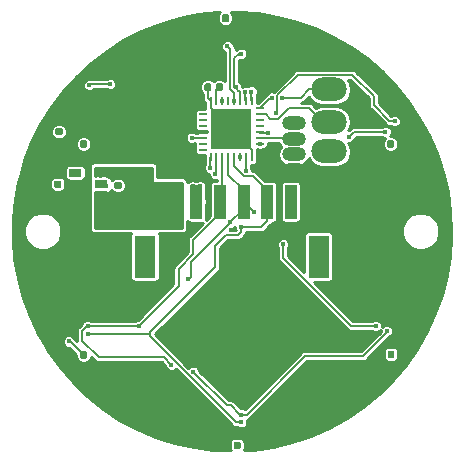
<source format=gbr>
G04 #@! TF.GenerationSoftware,KiCad,Pcbnew,5.0.1-33cea8e~67~ubuntu16.04.1*
G04 #@! TF.CreationDate,2018-10-18T10:50:00-04:00*
G04 #@! TF.ProjectId,MQP Kat Foot Sensors,4D5150204B617420466F6F742053656E,rev?*
G04 #@! TF.SameCoordinates,Original*
G04 #@! TF.FileFunction,Copper,L1,Top,Signal*
G04 #@! TF.FilePolarity,Positive*
%FSLAX46Y46*%
G04 Gerber Fmt 4.6, Leading zero omitted, Abs format (unit mm)*
G04 Created by KiCad (PCBNEW 5.0.1-33cea8e~67~ubuntu16.04.1) date Thu 18 Oct 2018 10:50:00 AM EDT*
%MOMM*%
%LPD*%
G01*
G04 APERTURE LIST*
G04 #@! TA.AperFunction,SMDPad,CuDef*
%ADD10O,3.000000X2.000000*%
G04 #@! TD*
G04 #@! TA.AperFunction,Conductor*
%ADD11C,0.100000*%
G04 #@! TD*
G04 #@! TA.AperFunction,SMDPad,CuDef*
%ADD12C,0.590000*%
G04 #@! TD*
G04 #@! TA.AperFunction,SMDPad,CuDef*
%ADD13R,0.700000X0.250000*%
G04 #@! TD*
G04 #@! TA.AperFunction,SMDPad,CuDef*
%ADD14R,0.250000X0.700000*%
G04 #@! TD*
G04 #@! TA.AperFunction,SMDPad,CuDef*
%ADD15R,3.450000X3.450000*%
G04 #@! TD*
G04 #@! TA.AperFunction,SMDPad,CuDef*
%ADD16R,1.000000X2.900000*%
G04 #@! TD*
G04 #@! TA.AperFunction,SMDPad,CuDef*
%ADD17R,1.800000X3.600000*%
G04 #@! TD*
G04 #@! TA.AperFunction,SMDPad,CuDef*
%ADD18R,1.060000X0.650000*%
G04 #@! TD*
G04 #@! TA.AperFunction,SMDPad,CuDef*
%ADD19O,2.000000X1.200000*%
G04 #@! TD*
G04 #@! TA.AperFunction,ViaPad*
%ADD20C,0.400000*%
G04 #@! TD*
G04 #@! TA.AperFunction,Conductor*
%ADD21C,0.200000*%
G04 #@! TD*
G04 #@! TA.AperFunction,Conductor*
%ADD22C,0.254000*%
G04 #@! TD*
G04 APERTURE END LIST*
D10*
G04 #@! TO.P,J2,1*
G04 #@! TO.N,SWCLK*
X8260000Y12000000D03*
G04 #@! TO.P,J2,2*
G04 #@! TO.N,SWDIO*
X8260000Y9250000D03*
G04 #@! TO.P,J2,3*
G04 #@! TO.N,GND*
X8260000Y6750000D03*
G04 #@! TO.P,J2,4*
G04 #@! TO.N,+3V3*
X8260000Y4000000D03*
G04 #@! TD*
D11*
G04 #@! TO.N,+3V3*
G04 #@! TO.C,C3*
G36*
X-13358042Y-10150710D02*
X-13343724Y-10152834D01*
X-13329683Y-10156351D01*
X-13316054Y-10161228D01*
X-13302969Y-10167417D01*
X-13290553Y-10174858D01*
X-13278927Y-10183481D01*
X-13268202Y-10193202D01*
X-13258481Y-10203927D01*
X-13249858Y-10215553D01*
X-13242417Y-10227969D01*
X-13236228Y-10241054D01*
X-13231351Y-10254683D01*
X-13227834Y-10268724D01*
X-13225710Y-10283042D01*
X-13225000Y-10297500D01*
X-13225000Y-10642500D01*
X-13225710Y-10656958D01*
X-13227834Y-10671276D01*
X-13231351Y-10685317D01*
X-13236228Y-10698946D01*
X-13242417Y-10712031D01*
X-13249858Y-10724447D01*
X-13258481Y-10736073D01*
X-13268202Y-10746798D01*
X-13278927Y-10756519D01*
X-13290553Y-10765142D01*
X-13302969Y-10772583D01*
X-13316054Y-10778772D01*
X-13329683Y-10783649D01*
X-13343724Y-10787166D01*
X-13358042Y-10789290D01*
X-13372500Y-10790000D01*
X-13667500Y-10790000D01*
X-13681958Y-10789290D01*
X-13696276Y-10787166D01*
X-13710317Y-10783649D01*
X-13723946Y-10778772D01*
X-13737031Y-10772583D01*
X-13749447Y-10765142D01*
X-13761073Y-10756519D01*
X-13771798Y-10746798D01*
X-13781519Y-10736073D01*
X-13790142Y-10724447D01*
X-13797583Y-10712031D01*
X-13803772Y-10698946D01*
X-13808649Y-10685317D01*
X-13812166Y-10671276D01*
X-13814290Y-10656958D01*
X-13815000Y-10642500D01*
X-13815000Y-10297500D01*
X-13814290Y-10283042D01*
X-13812166Y-10268724D01*
X-13808649Y-10254683D01*
X-13803772Y-10241054D01*
X-13797583Y-10227969D01*
X-13790142Y-10215553D01*
X-13781519Y-10203927D01*
X-13771798Y-10193202D01*
X-13761073Y-10183481D01*
X-13749447Y-10174858D01*
X-13737031Y-10167417D01*
X-13723946Y-10161228D01*
X-13710317Y-10156351D01*
X-13696276Y-10152834D01*
X-13681958Y-10150710D01*
X-13667500Y-10150000D01*
X-13372500Y-10150000D01*
X-13358042Y-10150710D01*
X-13358042Y-10150710D01*
G37*
D12*
G04 #@! TD*
G04 #@! TO.P,C3,2*
G04 #@! TO.N,+3V3*
X-13520000Y-10470000D03*
D11*
G04 #@! TO.N,GND*
G04 #@! TO.C,C3*
G36*
X-12388042Y-10150710D02*
X-12373724Y-10152834D01*
X-12359683Y-10156351D01*
X-12346054Y-10161228D01*
X-12332969Y-10167417D01*
X-12320553Y-10174858D01*
X-12308927Y-10183481D01*
X-12298202Y-10193202D01*
X-12288481Y-10203927D01*
X-12279858Y-10215553D01*
X-12272417Y-10227969D01*
X-12266228Y-10241054D01*
X-12261351Y-10254683D01*
X-12257834Y-10268724D01*
X-12255710Y-10283042D01*
X-12255000Y-10297500D01*
X-12255000Y-10642500D01*
X-12255710Y-10656958D01*
X-12257834Y-10671276D01*
X-12261351Y-10685317D01*
X-12266228Y-10698946D01*
X-12272417Y-10712031D01*
X-12279858Y-10724447D01*
X-12288481Y-10736073D01*
X-12298202Y-10746798D01*
X-12308927Y-10756519D01*
X-12320553Y-10765142D01*
X-12332969Y-10772583D01*
X-12346054Y-10778772D01*
X-12359683Y-10783649D01*
X-12373724Y-10787166D01*
X-12388042Y-10789290D01*
X-12402500Y-10790000D01*
X-12697500Y-10790000D01*
X-12711958Y-10789290D01*
X-12726276Y-10787166D01*
X-12740317Y-10783649D01*
X-12753946Y-10778772D01*
X-12767031Y-10772583D01*
X-12779447Y-10765142D01*
X-12791073Y-10756519D01*
X-12801798Y-10746798D01*
X-12811519Y-10736073D01*
X-12820142Y-10724447D01*
X-12827583Y-10712031D01*
X-12833772Y-10698946D01*
X-12838649Y-10685317D01*
X-12842166Y-10671276D01*
X-12844290Y-10656958D01*
X-12845000Y-10642500D01*
X-12845000Y-10297500D01*
X-12844290Y-10283042D01*
X-12842166Y-10268724D01*
X-12838649Y-10254683D01*
X-12833772Y-10241054D01*
X-12827583Y-10227969D01*
X-12820142Y-10215553D01*
X-12811519Y-10203927D01*
X-12801798Y-10193202D01*
X-12791073Y-10183481D01*
X-12779447Y-10174858D01*
X-12767031Y-10167417D01*
X-12753946Y-10161228D01*
X-12740317Y-10156351D01*
X-12726276Y-10152834D01*
X-12711958Y-10150710D01*
X-12697500Y-10150000D01*
X-12402500Y-10150000D01*
X-12388042Y-10150710D01*
X-12388042Y-10150710D01*
G37*
D12*
G04 #@! TD*
G04 #@! TO.P,C3,1*
G04 #@! TO.N,GND*
X-12550000Y-10470000D03*
D11*
G04 #@! TO.N,+3V3*
G04 #@! TO.C,C5*
G36*
X-348042Y-17810710D02*
X-333724Y-17812834D01*
X-319683Y-17816351D01*
X-306054Y-17821228D01*
X-292969Y-17827417D01*
X-280553Y-17834858D01*
X-268927Y-17843481D01*
X-258202Y-17853202D01*
X-248481Y-17863927D01*
X-239858Y-17875553D01*
X-232417Y-17887969D01*
X-226228Y-17901054D01*
X-221351Y-17914683D01*
X-217834Y-17928724D01*
X-215710Y-17943042D01*
X-215000Y-17957500D01*
X-215000Y-18302500D01*
X-215710Y-18316958D01*
X-217834Y-18331276D01*
X-221351Y-18345317D01*
X-226228Y-18358946D01*
X-232417Y-18372031D01*
X-239858Y-18384447D01*
X-248481Y-18396073D01*
X-258202Y-18406798D01*
X-268927Y-18416519D01*
X-280553Y-18425142D01*
X-292969Y-18432583D01*
X-306054Y-18438772D01*
X-319683Y-18443649D01*
X-333724Y-18447166D01*
X-348042Y-18449290D01*
X-362500Y-18450000D01*
X-657500Y-18450000D01*
X-671958Y-18449290D01*
X-686276Y-18447166D01*
X-700317Y-18443649D01*
X-713946Y-18438772D01*
X-727031Y-18432583D01*
X-739447Y-18425142D01*
X-751073Y-18416519D01*
X-761798Y-18406798D01*
X-771519Y-18396073D01*
X-780142Y-18384447D01*
X-787583Y-18372031D01*
X-793772Y-18358946D01*
X-798649Y-18345317D01*
X-802166Y-18331276D01*
X-804290Y-18316958D01*
X-805000Y-18302500D01*
X-805000Y-17957500D01*
X-804290Y-17943042D01*
X-802166Y-17928724D01*
X-798649Y-17914683D01*
X-793772Y-17901054D01*
X-787583Y-17887969D01*
X-780142Y-17875553D01*
X-771519Y-17863927D01*
X-761798Y-17853202D01*
X-751073Y-17843481D01*
X-739447Y-17834858D01*
X-727031Y-17827417D01*
X-713946Y-17821228D01*
X-700317Y-17816351D01*
X-686276Y-17812834D01*
X-671958Y-17810710D01*
X-657500Y-17810000D01*
X-362500Y-17810000D01*
X-348042Y-17810710D01*
X-348042Y-17810710D01*
G37*
D12*
G04 #@! TD*
G04 #@! TO.P,C5,2*
G04 #@! TO.N,+3V3*
X-510000Y-18130000D03*
D11*
G04 #@! TO.N,GND*
G04 #@! TO.C,C5*
G36*
X621958Y-17810710D02*
X636276Y-17812834D01*
X650317Y-17816351D01*
X663946Y-17821228D01*
X677031Y-17827417D01*
X689447Y-17834858D01*
X701073Y-17843481D01*
X711798Y-17853202D01*
X721519Y-17863927D01*
X730142Y-17875553D01*
X737583Y-17887969D01*
X743772Y-17901054D01*
X748649Y-17914683D01*
X752166Y-17928724D01*
X754290Y-17943042D01*
X755000Y-17957500D01*
X755000Y-18302500D01*
X754290Y-18316958D01*
X752166Y-18331276D01*
X748649Y-18345317D01*
X743772Y-18358946D01*
X737583Y-18372031D01*
X730142Y-18384447D01*
X721519Y-18396073D01*
X711798Y-18406798D01*
X701073Y-18416519D01*
X689447Y-18425142D01*
X677031Y-18432583D01*
X663946Y-18438772D01*
X650317Y-18443649D01*
X636276Y-18447166D01*
X621958Y-18449290D01*
X607500Y-18450000D01*
X312500Y-18450000D01*
X298042Y-18449290D01*
X283724Y-18447166D01*
X269683Y-18443649D01*
X256054Y-18438772D01*
X242969Y-18432583D01*
X230553Y-18425142D01*
X218927Y-18416519D01*
X208202Y-18406798D01*
X198481Y-18396073D01*
X189858Y-18384447D01*
X182417Y-18372031D01*
X176228Y-18358946D01*
X171351Y-18345317D01*
X167834Y-18331276D01*
X165710Y-18316958D01*
X165000Y-18302500D01*
X165000Y-17957500D01*
X165710Y-17943042D01*
X167834Y-17928724D01*
X171351Y-17914683D01*
X176228Y-17901054D01*
X182417Y-17887969D01*
X189858Y-17875553D01*
X198481Y-17863927D01*
X208202Y-17853202D01*
X218927Y-17843481D01*
X230553Y-17834858D01*
X242969Y-17827417D01*
X256054Y-17821228D01*
X269683Y-17816351D01*
X283724Y-17812834D01*
X298042Y-17810710D01*
X312500Y-17810000D01*
X607500Y-17810000D01*
X621958Y-17810710D01*
X621958Y-17810710D01*
G37*
D12*
G04 #@! TD*
G04 #@! TO.P,C5,1*
G04 #@! TO.N,GND*
X460000Y-18130000D03*
D11*
G04 #@! TO.N,+3V3*
G04 #@! TO.C,C7*
G36*
X12671958Y-10110710D02*
X12686276Y-10112834D01*
X12700317Y-10116351D01*
X12713946Y-10121228D01*
X12727031Y-10127417D01*
X12739447Y-10134858D01*
X12751073Y-10143481D01*
X12761798Y-10153202D01*
X12771519Y-10163927D01*
X12780142Y-10175553D01*
X12787583Y-10187969D01*
X12793772Y-10201054D01*
X12798649Y-10214683D01*
X12802166Y-10228724D01*
X12804290Y-10243042D01*
X12805000Y-10257500D01*
X12805000Y-10602500D01*
X12804290Y-10616958D01*
X12802166Y-10631276D01*
X12798649Y-10645317D01*
X12793772Y-10658946D01*
X12787583Y-10672031D01*
X12780142Y-10684447D01*
X12771519Y-10696073D01*
X12761798Y-10706798D01*
X12751073Y-10716519D01*
X12739447Y-10725142D01*
X12727031Y-10732583D01*
X12713946Y-10738772D01*
X12700317Y-10743649D01*
X12686276Y-10747166D01*
X12671958Y-10749290D01*
X12657500Y-10750000D01*
X12362500Y-10750000D01*
X12348042Y-10749290D01*
X12333724Y-10747166D01*
X12319683Y-10743649D01*
X12306054Y-10738772D01*
X12292969Y-10732583D01*
X12280553Y-10725142D01*
X12268927Y-10716519D01*
X12258202Y-10706798D01*
X12248481Y-10696073D01*
X12239858Y-10684447D01*
X12232417Y-10672031D01*
X12226228Y-10658946D01*
X12221351Y-10645317D01*
X12217834Y-10631276D01*
X12215710Y-10616958D01*
X12215000Y-10602500D01*
X12215000Y-10257500D01*
X12215710Y-10243042D01*
X12217834Y-10228724D01*
X12221351Y-10214683D01*
X12226228Y-10201054D01*
X12232417Y-10187969D01*
X12239858Y-10175553D01*
X12248481Y-10163927D01*
X12258202Y-10153202D01*
X12268927Y-10143481D01*
X12280553Y-10134858D01*
X12292969Y-10127417D01*
X12306054Y-10121228D01*
X12319683Y-10116351D01*
X12333724Y-10112834D01*
X12348042Y-10110710D01*
X12362500Y-10110000D01*
X12657500Y-10110000D01*
X12671958Y-10110710D01*
X12671958Y-10110710D01*
G37*
D12*
G04 #@! TD*
G04 #@! TO.P,C7,2*
G04 #@! TO.N,+3V3*
X12510000Y-10430000D03*
D11*
G04 #@! TO.N,GND*
G04 #@! TO.C,C7*
G36*
X13641958Y-10110710D02*
X13656276Y-10112834D01*
X13670317Y-10116351D01*
X13683946Y-10121228D01*
X13697031Y-10127417D01*
X13709447Y-10134858D01*
X13721073Y-10143481D01*
X13731798Y-10153202D01*
X13741519Y-10163927D01*
X13750142Y-10175553D01*
X13757583Y-10187969D01*
X13763772Y-10201054D01*
X13768649Y-10214683D01*
X13772166Y-10228724D01*
X13774290Y-10243042D01*
X13775000Y-10257500D01*
X13775000Y-10602500D01*
X13774290Y-10616958D01*
X13772166Y-10631276D01*
X13768649Y-10645317D01*
X13763772Y-10658946D01*
X13757583Y-10672031D01*
X13750142Y-10684447D01*
X13741519Y-10696073D01*
X13731798Y-10706798D01*
X13721073Y-10716519D01*
X13709447Y-10725142D01*
X13697031Y-10732583D01*
X13683946Y-10738772D01*
X13670317Y-10743649D01*
X13656276Y-10747166D01*
X13641958Y-10749290D01*
X13627500Y-10750000D01*
X13332500Y-10750000D01*
X13318042Y-10749290D01*
X13303724Y-10747166D01*
X13289683Y-10743649D01*
X13276054Y-10738772D01*
X13262969Y-10732583D01*
X13250553Y-10725142D01*
X13238927Y-10716519D01*
X13228202Y-10706798D01*
X13218481Y-10696073D01*
X13209858Y-10684447D01*
X13202417Y-10672031D01*
X13196228Y-10658946D01*
X13191351Y-10645317D01*
X13187834Y-10631276D01*
X13185710Y-10616958D01*
X13185000Y-10602500D01*
X13185000Y-10257500D01*
X13185710Y-10243042D01*
X13187834Y-10228724D01*
X13191351Y-10214683D01*
X13196228Y-10201054D01*
X13202417Y-10187969D01*
X13209858Y-10175553D01*
X13218481Y-10163927D01*
X13228202Y-10153202D01*
X13238927Y-10143481D01*
X13250553Y-10134858D01*
X13262969Y-10127417D01*
X13276054Y-10121228D01*
X13289683Y-10116351D01*
X13303724Y-10112834D01*
X13318042Y-10110710D01*
X13332500Y-10110000D01*
X13627500Y-10110000D01*
X13641958Y-10110710D01*
X13641958Y-10110710D01*
G37*
D12*
G04 #@! TD*
G04 #@! TO.P,C7,1*
G04 #@! TO.N,GND*
X13480000Y-10430000D03*
D11*
G04 #@! TO.N,+3V3*
G04 #@! TO.C,C8*
G36*
X596958Y18349290D02*
X611276Y18347166D01*
X625317Y18343649D01*
X638946Y18338772D01*
X652031Y18332583D01*
X664447Y18325142D01*
X676073Y18316519D01*
X686798Y18306798D01*
X696519Y18296073D01*
X705142Y18284447D01*
X712583Y18272031D01*
X718772Y18258946D01*
X723649Y18245317D01*
X727166Y18231276D01*
X729290Y18216958D01*
X730000Y18202500D01*
X730000Y17857500D01*
X729290Y17843042D01*
X727166Y17828724D01*
X723649Y17814683D01*
X718772Y17801054D01*
X712583Y17787969D01*
X705142Y17775553D01*
X696519Y17763927D01*
X686798Y17753202D01*
X676073Y17743481D01*
X664447Y17734858D01*
X652031Y17727417D01*
X638946Y17721228D01*
X625317Y17716351D01*
X611276Y17712834D01*
X596958Y17710710D01*
X582500Y17710000D01*
X287500Y17710000D01*
X273042Y17710710D01*
X258724Y17712834D01*
X244683Y17716351D01*
X231054Y17721228D01*
X217969Y17727417D01*
X205553Y17734858D01*
X193927Y17743481D01*
X183202Y17753202D01*
X173481Y17763927D01*
X164858Y17775553D01*
X157417Y17787969D01*
X151228Y17801054D01*
X146351Y17814683D01*
X142834Y17828724D01*
X140710Y17843042D01*
X140000Y17857500D01*
X140000Y18202500D01*
X140710Y18216958D01*
X142834Y18231276D01*
X146351Y18245317D01*
X151228Y18258946D01*
X157417Y18272031D01*
X164858Y18284447D01*
X173481Y18296073D01*
X183202Y18306798D01*
X193927Y18316519D01*
X205553Y18325142D01*
X217969Y18332583D01*
X231054Y18338772D01*
X244683Y18343649D01*
X258724Y18347166D01*
X273042Y18349290D01*
X287500Y18350000D01*
X582500Y18350000D01*
X596958Y18349290D01*
X596958Y18349290D01*
G37*
D12*
G04 #@! TD*
G04 #@! TO.P,C8,1*
G04 #@! TO.N,+3V3*
X435000Y18030000D03*
D11*
G04 #@! TO.N,GND*
G04 #@! TO.C,C8*
G36*
X-373042Y18349290D02*
X-358724Y18347166D01*
X-344683Y18343649D01*
X-331054Y18338772D01*
X-317969Y18332583D01*
X-305553Y18325142D01*
X-293927Y18316519D01*
X-283202Y18306798D01*
X-273481Y18296073D01*
X-264858Y18284447D01*
X-257417Y18272031D01*
X-251228Y18258946D01*
X-246351Y18245317D01*
X-242834Y18231276D01*
X-240710Y18216958D01*
X-240000Y18202500D01*
X-240000Y17857500D01*
X-240710Y17843042D01*
X-242834Y17828724D01*
X-246351Y17814683D01*
X-251228Y17801054D01*
X-257417Y17787969D01*
X-264858Y17775553D01*
X-273481Y17763927D01*
X-283202Y17753202D01*
X-293927Y17743481D01*
X-305553Y17734858D01*
X-317969Y17727417D01*
X-331054Y17721228D01*
X-344683Y17716351D01*
X-358724Y17712834D01*
X-373042Y17710710D01*
X-387500Y17710000D01*
X-682500Y17710000D01*
X-696958Y17710710D01*
X-711276Y17712834D01*
X-725317Y17716351D01*
X-738946Y17721228D01*
X-752031Y17727417D01*
X-764447Y17734858D01*
X-776073Y17743481D01*
X-786798Y17753202D01*
X-796519Y17763927D01*
X-805142Y17775553D01*
X-812583Y17787969D01*
X-818772Y17801054D01*
X-823649Y17814683D01*
X-827166Y17828724D01*
X-829290Y17843042D01*
X-830000Y17857500D01*
X-830000Y18202500D01*
X-829290Y18216958D01*
X-827166Y18231276D01*
X-823649Y18245317D01*
X-818772Y18258946D01*
X-812583Y18272031D01*
X-805142Y18284447D01*
X-796519Y18296073D01*
X-786798Y18306798D01*
X-776073Y18316519D01*
X-764447Y18325142D01*
X-752031Y18332583D01*
X-738946Y18338772D01*
X-725317Y18343649D01*
X-711276Y18347166D01*
X-696958Y18349290D01*
X-682500Y18350000D01*
X-387500Y18350000D01*
X-373042Y18349290D01*
X-373042Y18349290D01*
G37*
D12*
G04 #@! TD*
G04 #@! TO.P,C8,2*
G04 #@! TO.N,GND*
X-535000Y18030000D03*
D11*
G04 #@! TO.N,+3V3*
G04 #@! TO.C,C9*
G36*
X-14443042Y9694290D02*
X-14428724Y9692166D01*
X-14414683Y9688649D01*
X-14401054Y9683772D01*
X-14387969Y9677583D01*
X-14375553Y9670142D01*
X-14363927Y9661519D01*
X-14353202Y9651798D01*
X-14343481Y9641073D01*
X-14334858Y9629447D01*
X-14327417Y9617031D01*
X-14321228Y9603946D01*
X-14316351Y9590317D01*
X-14312834Y9576276D01*
X-14310710Y9561958D01*
X-14310000Y9547500D01*
X-14310000Y9252500D01*
X-14310710Y9238042D01*
X-14312834Y9223724D01*
X-14316351Y9209683D01*
X-14321228Y9196054D01*
X-14327417Y9182969D01*
X-14334858Y9170553D01*
X-14343481Y9158927D01*
X-14353202Y9148202D01*
X-14363927Y9138481D01*
X-14375553Y9129858D01*
X-14387969Y9122417D01*
X-14401054Y9116228D01*
X-14414683Y9111351D01*
X-14428724Y9107834D01*
X-14443042Y9105710D01*
X-14457500Y9105000D01*
X-14802500Y9105000D01*
X-14816958Y9105710D01*
X-14831276Y9107834D01*
X-14845317Y9111351D01*
X-14858946Y9116228D01*
X-14872031Y9122417D01*
X-14884447Y9129858D01*
X-14896073Y9138481D01*
X-14906798Y9148202D01*
X-14916519Y9158927D01*
X-14925142Y9170553D01*
X-14932583Y9182969D01*
X-14938772Y9196054D01*
X-14943649Y9209683D01*
X-14947166Y9223724D01*
X-14949290Y9238042D01*
X-14950000Y9252500D01*
X-14950000Y9547500D01*
X-14949290Y9561958D01*
X-14947166Y9576276D01*
X-14943649Y9590317D01*
X-14938772Y9603946D01*
X-14932583Y9617031D01*
X-14925142Y9629447D01*
X-14916519Y9641073D01*
X-14906798Y9651798D01*
X-14896073Y9661519D01*
X-14884447Y9670142D01*
X-14872031Y9677583D01*
X-14858946Y9683772D01*
X-14845317Y9688649D01*
X-14831276Y9692166D01*
X-14816958Y9694290D01*
X-14802500Y9695000D01*
X-14457500Y9695000D01*
X-14443042Y9694290D01*
X-14443042Y9694290D01*
G37*
D12*
G04 #@! TD*
G04 #@! TO.P,C9,2*
G04 #@! TO.N,+3V3*
X-14630000Y9400000D03*
D11*
G04 #@! TO.N,GND*
G04 #@! TO.C,C9*
G36*
X-14443042Y8724290D02*
X-14428724Y8722166D01*
X-14414683Y8718649D01*
X-14401054Y8713772D01*
X-14387969Y8707583D01*
X-14375553Y8700142D01*
X-14363927Y8691519D01*
X-14353202Y8681798D01*
X-14343481Y8671073D01*
X-14334858Y8659447D01*
X-14327417Y8647031D01*
X-14321228Y8633946D01*
X-14316351Y8620317D01*
X-14312834Y8606276D01*
X-14310710Y8591958D01*
X-14310000Y8577500D01*
X-14310000Y8282500D01*
X-14310710Y8268042D01*
X-14312834Y8253724D01*
X-14316351Y8239683D01*
X-14321228Y8226054D01*
X-14327417Y8212969D01*
X-14334858Y8200553D01*
X-14343481Y8188927D01*
X-14353202Y8178202D01*
X-14363927Y8168481D01*
X-14375553Y8159858D01*
X-14387969Y8152417D01*
X-14401054Y8146228D01*
X-14414683Y8141351D01*
X-14428724Y8137834D01*
X-14443042Y8135710D01*
X-14457500Y8135000D01*
X-14802500Y8135000D01*
X-14816958Y8135710D01*
X-14831276Y8137834D01*
X-14845317Y8141351D01*
X-14858946Y8146228D01*
X-14872031Y8152417D01*
X-14884447Y8159858D01*
X-14896073Y8168481D01*
X-14906798Y8178202D01*
X-14916519Y8188927D01*
X-14925142Y8200553D01*
X-14932583Y8212969D01*
X-14938772Y8226054D01*
X-14943649Y8239683D01*
X-14947166Y8253724D01*
X-14949290Y8268042D01*
X-14950000Y8282500D01*
X-14950000Y8577500D01*
X-14949290Y8591958D01*
X-14947166Y8606276D01*
X-14943649Y8620317D01*
X-14938772Y8633946D01*
X-14932583Y8647031D01*
X-14925142Y8659447D01*
X-14916519Y8671073D01*
X-14906798Y8681798D01*
X-14896073Y8691519D01*
X-14884447Y8700142D01*
X-14872031Y8707583D01*
X-14858946Y8713772D01*
X-14845317Y8718649D01*
X-14831276Y8722166D01*
X-14816958Y8724290D01*
X-14802500Y8725000D01*
X-14457500Y8725000D01*
X-14443042Y8724290D01*
X-14443042Y8724290D01*
G37*
D12*
G04 #@! TD*
G04 #@! TO.P,C9,1*
G04 #@! TO.N,GND*
X-14630000Y8430000D03*
D11*
G04 #@! TO.N,+3V3*
G04 #@! TO.C,C13*
G36*
X12631958Y7709290D02*
X12646276Y7707166D01*
X12660317Y7703649D01*
X12673946Y7698772D01*
X12687031Y7692583D01*
X12699447Y7685142D01*
X12711073Y7676519D01*
X12721798Y7666798D01*
X12731519Y7656073D01*
X12740142Y7644447D01*
X12747583Y7632031D01*
X12753772Y7618946D01*
X12758649Y7605317D01*
X12762166Y7591276D01*
X12764290Y7576958D01*
X12765000Y7562500D01*
X12765000Y7217500D01*
X12764290Y7203042D01*
X12762166Y7188724D01*
X12758649Y7174683D01*
X12753772Y7161054D01*
X12747583Y7147969D01*
X12740142Y7135553D01*
X12731519Y7123927D01*
X12721798Y7113202D01*
X12711073Y7103481D01*
X12699447Y7094858D01*
X12687031Y7087417D01*
X12673946Y7081228D01*
X12660317Y7076351D01*
X12646276Y7072834D01*
X12631958Y7070710D01*
X12617500Y7070000D01*
X12322500Y7070000D01*
X12308042Y7070710D01*
X12293724Y7072834D01*
X12279683Y7076351D01*
X12266054Y7081228D01*
X12252969Y7087417D01*
X12240553Y7094858D01*
X12228927Y7103481D01*
X12218202Y7113202D01*
X12208481Y7123927D01*
X12199858Y7135553D01*
X12192417Y7147969D01*
X12186228Y7161054D01*
X12181351Y7174683D01*
X12177834Y7188724D01*
X12175710Y7203042D01*
X12175000Y7217500D01*
X12175000Y7562500D01*
X12175710Y7576958D01*
X12177834Y7591276D01*
X12181351Y7605317D01*
X12186228Y7618946D01*
X12192417Y7632031D01*
X12199858Y7644447D01*
X12208481Y7656073D01*
X12218202Y7666798D01*
X12228927Y7676519D01*
X12240553Y7685142D01*
X12252969Y7692583D01*
X12266054Y7698772D01*
X12279683Y7703649D01*
X12293724Y7707166D01*
X12308042Y7709290D01*
X12322500Y7710000D01*
X12617500Y7710000D01*
X12631958Y7709290D01*
X12631958Y7709290D01*
G37*
D12*
G04 #@! TD*
G04 #@! TO.P,C13,2*
G04 #@! TO.N,+3V3*
X12470000Y7390000D03*
D11*
G04 #@! TO.N,GND*
G04 #@! TO.C,C13*
G36*
X13601958Y7709290D02*
X13616276Y7707166D01*
X13630317Y7703649D01*
X13643946Y7698772D01*
X13657031Y7692583D01*
X13669447Y7685142D01*
X13681073Y7676519D01*
X13691798Y7666798D01*
X13701519Y7656073D01*
X13710142Y7644447D01*
X13717583Y7632031D01*
X13723772Y7618946D01*
X13728649Y7605317D01*
X13732166Y7591276D01*
X13734290Y7576958D01*
X13735000Y7562500D01*
X13735000Y7217500D01*
X13734290Y7203042D01*
X13732166Y7188724D01*
X13728649Y7174683D01*
X13723772Y7161054D01*
X13717583Y7147969D01*
X13710142Y7135553D01*
X13701519Y7123927D01*
X13691798Y7113202D01*
X13681073Y7103481D01*
X13669447Y7094858D01*
X13657031Y7087417D01*
X13643946Y7081228D01*
X13630317Y7076351D01*
X13616276Y7072834D01*
X13601958Y7070710D01*
X13587500Y7070000D01*
X13292500Y7070000D01*
X13278042Y7070710D01*
X13263724Y7072834D01*
X13249683Y7076351D01*
X13236054Y7081228D01*
X13222969Y7087417D01*
X13210553Y7094858D01*
X13198927Y7103481D01*
X13188202Y7113202D01*
X13178481Y7123927D01*
X13169858Y7135553D01*
X13162417Y7147969D01*
X13156228Y7161054D01*
X13151351Y7174683D01*
X13147834Y7188724D01*
X13145710Y7203042D01*
X13145000Y7217500D01*
X13145000Y7562500D01*
X13145710Y7576958D01*
X13147834Y7591276D01*
X13151351Y7605317D01*
X13156228Y7618946D01*
X13162417Y7632031D01*
X13169858Y7644447D01*
X13178481Y7656073D01*
X13188202Y7666798D01*
X13198927Y7676519D01*
X13210553Y7685142D01*
X13222969Y7692583D01*
X13236054Y7698772D01*
X13249683Y7703649D01*
X13263724Y7707166D01*
X13278042Y7709290D01*
X13292500Y7710000D01*
X13587500Y7710000D01*
X13601958Y7709290D01*
X13601958Y7709290D01*
G37*
D12*
G04 #@! TD*
G04 #@! TO.P,C13,1*
G04 #@! TO.N,GND*
X13440000Y7390000D03*
D11*
G04 #@! TO.N,+3V3*
G04 #@! TO.C,C16*
G36*
X-13358042Y7699290D02*
X-13343724Y7697166D01*
X-13329683Y7693649D01*
X-13316054Y7688772D01*
X-13302969Y7682583D01*
X-13290553Y7675142D01*
X-13278927Y7666519D01*
X-13268202Y7656798D01*
X-13258481Y7646073D01*
X-13249858Y7634447D01*
X-13242417Y7622031D01*
X-13236228Y7608946D01*
X-13231351Y7595317D01*
X-13227834Y7581276D01*
X-13225710Y7566958D01*
X-13225000Y7552500D01*
X-13225000Y7207500D01*
X-13225710Y7193042D01*
X-13227834Y7178724D01*
X-13231351Y7164683D01*
X-13236228Y7151054D01*
X-13242417Y7137969D01*
X-13249858Y7125553D01*
X-13258481Y7113927D01*
X-13268202Y7103202D01*
X-13278927Y7093481D01*
X-13290553Y7084858D01*
X-13302969Y7077417D01*
X-13316054Y7071228D01*
X-13329683Y7066351D01*
X-13343724Y7062834D01*
X-13358042Y7060710D01*
X-13372500Y7060000D01*
X-13667500Y7060000D01*
X-13681958Y7060710D01*
X-13696276Y7062834D01*
X-13710317Y7066351D01*
X-13723946Y7071228D01*
X-13737031Y7077417D01*
X-13749447Y7084858D01*
X-13761073Y7093481D01*
X-13771798Y7103202D01*
X-13781519Y7113927D01*
X-13790142Y7125553D01*
X-13797583Y7137969D01*
X-13803772Y7151054D01*
X-13808649Y7164683D01*
X-13812166Y7178724D01*
X-13814290Y7193042D01*
X-13815000Y7207500D01*
X-13815000Y7552500D01*
X-13814290Y7566958D01*
X-13812166Y7581276D01*
X-13808649Y7595317D01*
X-13803772Y7608946D01*
X-13797583Y7622031D01*
X-13790142Y7634447D01*
X-13781519Y7646073D01*
X-13771798Y7656798D01*
X-13761073Y7666519D01*
X-13749447Y7675142D01*
X-13737031Y7682583D01*
X-13723946Y7688772D01*
X-13710317Y7693649D01*
X-13696276Y7697166D01*
X-13681958Y7699290D01*
X-13667500Y7700000D01*
X-13372500Y7700000D01*
X-13358042Y7699290D01*
X-13358042Y7699290D01*
G37*
D12*
G04 #@! TD*
G04 #@! TO.P,C16,1*
G04 #@! TO.N,+3V3*
X-13520000Y7380000D03*
D11*
G04 #@! TO.N,GND*
G04 #@! TO.C,C16*
G36*
X-12388042Y7699290D02*
X-12373724Y7697166D01*
X-12359683Y7693649D01*
X-12346054Y7688772D01*
X-12332969Y7682583D01*
X-12320553Y7675142D01*
X-12308927Y7666519D01*
X-12298202Y7656798D01*
X-12288481Y7646073D01*
X-12279858Y7634447D01*
X-12272417Y7622031D01*
X-12266228Y7608946D01*
X-12261351Y7595317D01*
X-12257834Y7581276D01*
X-12255710Y7566958D01*
X-12255000Y7552500D01*
X-12255000Y7207500D01*
X-12255710Y7193042D01*
X-12257834Y7178724D01*
X-12261351Y7164683D01*
X-12266228Y7151054D01*
X-12272417Y7137969D01*
X-12279858Y7125553D01*
X-12288481Y7113927D01*
X-12298202Y7103202D01*
X-12308927Y7093481D01*
X-12320553Y7084858D01*
X-12332969Y7077417D01*
X-12346054Y7071228D01*
X-12359683Y7066351D01*
X-12373724Y7062834D01*
X-12388042Y7060710D01*
X-12402500Y7060000D01*
X-12697500Y7060000D01*
X-12711958Y7060710D01*
X-12726276Y7062834D01*
X-12740317Y7066351D01*
X-12753946Y7071228D01*
X-12767031Y7077417D01*
X-12779447Y7084858D01*
X-12791073Y7093481D01*
X-12801798Y7103202D01*
X-12811519Y7113927D01*
X-12820142Y7125553D01*
X-12827583Y7137969D01*
X-12833772Y7151054D01*
X-12838649Y7164683D01*
X-12842166Y7178724D01*
X-12844290Y7193042D01*
X-12845000Y7207500D01*
X-12845000Y7552500D01*
X-12844290Y7566958D01*
X-12842166Y7581276D01*
X-12838649Y7595317D01*
X-12833772Y7608946D01*
X-12827583Y7622031D01*
X-12820142Y7634447D01*
X-12811519Y7646073D01*
X-12801798Y7656798D01*
X-12791073Y7666519D01*
X-12779447Y7675142D01*
X-12767031Y7682583D01*
X-12753946Y7688772D01*
X-12740317Y7693649D01*
X-12726276Y7697166D01*
X-12711958Y7699290D01*
X-12697500Y7700000D01*
X-12402500Y7700000D01*
X-12388042Y7699290D01*
X-12388042Y7699290D01*
G37*
D12*
G04 #@! TD*
G04 #@! TO.P,C16,2*
G04 #@! TO.N,GND*
X-12550000Y7380000D03*
D11*
G04 #@! TO.N,Net-(R1-Pad1)*
G04 #@! TO.C,R1*
G36*
X-888042Y12519290D02*
X-873724Y12517166D01*
X-859683Y12513649D01*
X-846054Y12508772D01*
X-832969Y12502583D01*
X-820553Y12495142D01*
X-808927Y12486519D01*
X-798202Y12476798D01*
X-788481Y12466073D01*
X-779858Y12454447D01*
X-772417Y12442031D01*
X-766228Y12428946D01*
X-761351Y12415317D01*
X-757834Y12401276D01*
X-755710Y12386958D01*
X-755000Y12372500D01*
X-755000Y12027500D01*
X-755710Y12013042D01*
X-757834Y11998724D01*
X-761351Y11984683D01*
X-766228Y11971054D01*
X-772417Y11957969D01*
X-779858Y11945553D01*
X-788481Y11933927D01*
X-798202Y11923202D01*
X-808927Y11913481D01*
X-820553Y11904858D01*
X-832969Y11897417D01*
X-846054Y11891228D01*
X-859683Y11886351D01*
X-873724Y11882834D01*
X-888042Y11880710D01*
X-902500Y11880000D01*
X-1197500Y11880000D01*
X-1211958Y11880710D01*
X-1226276Y11882834D01*
X-1240317Y11886351D01*
X-1253946Y11891228D01*
X-1267031Y11897417D01*
X-1279447Y11904858D01*
X-1291073Y11913481D01*
X-1301798Y11923202D01*
X-1311519Y11933927D01*
X-1320142Y11945553D01*
X-1327583Y11957969D01*
X-1333772Y11971054D01*
X-1338649Y11984683D01*
X-1342166Y11998724D01*
X-1344290Y12013042D01*
X-1345000Y12027500D01*
X-1345000Y12372500D01*
X-1344290Y12386958D01*
X-1342166Y12401276D01*
X-1338649Y12415317D01*
X-1333772Y12428946D01*
X-1327583Y12442031D01*
X-1320142Y12454447D01*
X-1311519Y12466073D01*
X-1301798Y12476798D01*
X-1291073Y12486519D01*
X-1279447Y12495142D01*
X-1267031Y12502583D01*
X-1253946Y12508772D01*
X-1240317Y12513649D01*
X-1226276Y12517166D01*
X-1211958Y12519290D01*
X-1197500Y12520000D01*
X-902500Y12520000D01*
X-888042Y12519290D01*
X-888042Y12519290D01*
G37*
D12*
G04 #@! TD*
G04 #@! TO.P,R1,1*
G04 #@! TO.N,Net-(R1-Pad1)*
X-1050000Y12200000D03*
D11*
G04 #@! TO.N,GND*
G04 #@! TO.C,R1*
G36*
X-1858042Y12519290D02*
X-1843724Y12517166D01*
X-1829683Y12513649D01*
X-1816054Y12508772D01*
X-1802969Y12502583D01*
X-1790553Y12495142D01*
X-1778927Y12486519D01*
X-1768202Y12476798D01*
X-1758481Y12466073D01*
X-1749858Y12454447D01*
X-1742417Y12442031D01*
X-1736228Y12428946D01*
X-1731351Y12415317D01*
X-1727834Y12401276D01*
X-1725710Y12386958D01*
X-1725000Y12372500D01*
X-1725000Y12027500D01*
X-1725710Y12013042D01*
X-1727834Y11998724D01*
X-1731351Y11984683D01*
X-1736228Y11971054D01*
X-1742417Y11957969D01*
X-1749858Y11945553D01*
X-1758481Y11933927D01*
X-1768202Y11923202D01*
X-1778927Y11913481D01*
X-1790553Y11904858D01*
X-1802969Y11897417D01*
X-1816054Y11891228D01*
X-1829683Y11886351D01*
X-1843724Y11882834D01*
X-1858042Y11880710D01*
X-1872500Y11880000D01*
X-2167500Y11880000D01*
X-2181958Y11880710D01*
X-2196276Y11882834D01*
X-2210317Y11886351D01*
X-2223946Y11891228D01*
X-2237031Y11897417D01*
X-2249447Y11904858D01*
X-2261073Y11913481D01*
X-2271798Y11923202D01*
X-2281519Y11933927D01*
X-2290142Y11945553D01*
X-2297583Y11957969D01*
X-2303772Y11971054D01*
X-2308649Y11984683D01*
X-2312166Y11998724D01*
X-2314290Y12013042D01*
X-2315000Y12027500D01*
X-2315000Y12372500D01*
X-2314290Y12386958D01*
X-2312166Y12401276D01*
X-2308649Y12415317D01*
X-2303772Y12428946D01*
X-2297583Y12442031D01*
X-2290142Y12454447D01*
X-2281519Y12466073D01*
X-2271798Y12476798D01*
X-2261073Y12486519D01*
X-2249447Y12495142D01*
X-2237031Y12502583D01*
X-2223946Y12508772D01*
X-2210317Y12513649D01*
X-2196276Y12517166D01*
X-2181958Y12519290D01*
X-2167500Y12520000D01*
X-1872500Y12520000D01*
X-1858042Y12519290D01*
X-1858042Y12519290D01*
G37*
D12*
G04 #@! TD*
G04 #@! TO.P,R1,2*
G04 #@! TO.N,GND*
X-2020000Y12200000D03*
D13*
G04 #@! TO.P,U1,1*
G04 #@! TO.N,+3V3*
X-2450000Y10400000D03*
G04 #@! TO.P,U1,2*
G04 #@! TO.N,N/C*
X-2450000Y9900000D03*
G04 #@! TO.P,U1,3*
X-2450000Y9400000D03*
G04 #@! TO.P,U1,4*
X-2450000Y8900000D03*
G04 #@! TO.P,U1,5*
G04 #@! TO.N,+3V3*
X-2450000Y8400000D03*
G04 #@! TO.P,U1,6*
G04 #@! TO.N,CS1*
X-2450000Y7900000D03*
G04 #@! TO.P,U1,7*
G04 #@! TO.N,N/C*
X-2450000Y7400000D03*
G04 #@! TO.P,U1,8*
X-2450000Y6900000D03*
D14*
G04 #@! TO.P,U1,9*
G04 #@! TO.N,CS7*
X-1800000Y6250000D03*
G04 #@! TO.P,U1,10*
G04 #@! TO.N,CS6*
X-1300000Y6250000D03*
G04 #@! TO.P,U1,11*
G04 #@! TO.N,SCK*
X-800000Y6250000D03*
G04 #@! TO.P,U1,12*
G04 #@! TO.N,MISO*
X-300000Y6250000D03*
G04 #@! TO.P,U1,13*
G04 #@! TO.N,MOSI*
X200000Y6250000D03*
G04 #@! TO.P,U1,14*
G04 #@! TO.N,CS*
X700000Y6250000D03*
G04 #@! TO.P,U1,15*
G04 #@! TO.N,CS2*
X1200000Y6250000D03*
G04 #@! TO.P,U1,16*
G04 #@! TO.N,GND*
X1700000Y6250000D03*
D13*
G04 #@! TO.P,U1,17*
G04 #@! TO.N,+3V3*
X2350000Y6900000D03*
G04 #@! TO.P,U1,18*
G04 #@! TO.N,CS5*
X2350000Y7400000D03*
G04 #@! TO.P,U1,19*
G04 #@! TO.N,TX*
X2350000Y7900000D03*
G04 #@! TO.P,U1,20*
G04 #@! TO.N,CS4*
X2350000Y8400000D03*
G04 #@! TO.P,U1,21*
G04 #@! TO.N,N/C*
X2350000Y8900000D03*
G04 #@! TO.P,U1,22*
X2350000Y9400000D03*
G04 #@! TO.P,U1,23*
G04 #@! TO.N,SWDIO*
X2350000Y9900000D03*
G04 #@! TO.P,U1,24*
G04 #@! TO.N,SWCLK*
X2350000Y10400000D03*
D14*
G04 #@! TO.P,U1,25*
G04 #@! TO.N,CS3*
X1700000Y11050000D03*
G04 #@! TO.P,U1,26*
G04 #@! TO.N,SCK2*
X1200000Y11050000D03*
G04 #@! TO.P,U1,27*
G04 #@! TO.N,MISO2*
X700000Y11050000D03*
G04 #@! TO.P,U1,28*
G04 #@! TO.N,MOSI2*
X200000Y11050000D03*
G04 #@! TO.P,U1,29*
G04 #@! TO.N,N/C*
X-300000Y11050000D03*
G04 #@! TO.P,U1,30*
G04 #@! TO.N,RX*
X-800000Y11050000D03*
G04 #@! TO.P,U1,31*
G04 #@! TO.N,Net-(R1-Pad1)*
X-1300000Y11050000D03*
G04 #@! TO.P,U1,32*
G04 #@! TO.N,GND*
X-1800000Y11050000D03*
D15*
G04 #@! TO.P,U1,33*
X-50000Y8650000D03*
G04 #@! TD*
D16*
G04 #@! TO.P,J1,1*
G04 #@! TO.N,CS*
X5000000Y2500000D03*
G04 #@! TO.P,J1,2*
G04 #@! TO.N,MOSI*
X3000000Y2500000D03*
G04 #@! TO.P,J1,3*
G04 #@! TO.N,MISO*
X1000000Y2500000D03*
G04 #@! TO.P,J1,4*
G04 #@! TO.N,SCK*
X-1000000Y2500000D03*
G04 #@! TO.P,J1,5*
G04 #@! TO.N,GND*
X-3000000Y2500000D03*
G04 #@! TO.P,J1,6*
G04 #@! TO.N,+BATT*
X-5000000Y2500000D03*
D17*
G04 #@! TO.P,J1,MP*
G04 #@! TO.N,N/C*
X7350000Y-2150000D03*
X-7350000Y-2150000D03*
G04 #@! TD*
D11*
G04 #@! TO.N,GND*
G04 #@! TO.C,C17*
G36*
X-9453042Y4169290D02*
X-9438724Y4167166D01*
X-9424683Y4163649D01*
X-9411054Y4158772D01*
X-9397969Y4152583D01*
X-9385553Y4145142D01*
X-9373927Y4136519D01*
X-9363202Y4126798D01*
X-9353481Y4116073D01*
X-9344858Y4104447D01*
X-9337417Y4092031D01*
X-9331228Y4078946D01*
X-9326351Y4065317D01*
X-9322834Y4051276D01*
X-9320710Y4036958D01*
X-9320000Y4022500D01*
X-9320000Y3727500D01*
X-9320710Y3713042D01*
X-9322834Y3698724D01*
X-9326351Y3684683D01*
X-9331228Y3671054D01*
X-9337417Y3657969D01*
X-9344858Y3645553D01*
X-9353481Y3633927D01*
X-9363202Y3623202D01*
X-9373927Y3613481D01*
X-9385553Y3604858D01*
X-9397969Y3597417D01*
X-9411054Y3591228D01*
X-9424683Y3586351D01*
X-9438724Y3582834D01*
X-9453042Y3580710D01*
X-9467500Y3580000D01*
X-9812500Y3580000D01*
X-9826958Y3580710D01*
X-9841276Y3582834D01*
X-9855317Y3586351D01*
X-9868946Y3591228D01*
X-9882031Y3597417D01*
X-9894447Y3604858D01*
X-9906073Y3613481D01*
X-9916798Y3623202D01*
X-9926519Y3633927D01*
X-9935142Y3645553D01*
X-9942583Y3657969D01*
X-9948772Y3671054D01*
X-9953649Y3684683D01*
X-9957166Y3698724D01*
X-9959290Y3713042D01*
X-9960000Y3727500D01*
X-9960000Y4022500D01*
X-9959290Y4036958D01*
X-9957166Y4051276D01*
X-9953649Y4065317D01*
X-9948772Y4078946D01*
X-9942583Y4092031D01*
X-9935142Y4104447D01*
X-9926519Y4116073D01*
X-9916798Y4126798D01*
X-9906073Y4136519D01*
X-9894447Y4145142D01*
X-9882031Y4152583D01*
X-9868946Y4158772D01*
X-9855317Y4163649D01*
X-9841276Y4167166D01*
X-9826958Y4169290D01*
X-9812500Y4170000D01*
X-9467500Y4170000D01*
X-9453042Y4169290D01*
X-9453042Y4169290D01*
G37*
D12*
G04 #@! TD*
G04 #@! TO.P,C17,1*
G04 #@! TO.N,GND*
X-9640000Y3875000D03*
D11*
G04 #@! TO.N,+BATT*
G04 #@! TO.C,C17*
G36*
X-9453042Y3199290D02*
X-9438724Y3197166D01*
X-9424683Y3193649D01*
X-9411054Y3188772D01*
X-9397969Y3182583D01*
X-9385553Y3175142D01*
X-9373927Y3166519D01*
X-9363202Y3156798D01*
X-9353481Y3146073D01*
X-9344858Y3134447D01*
X-9337417Y3122031D01*
X-9331228Y3108946D01*
X-9326351Y3095317D01*
X-9322834Y3081276D01*
X-9320710Y3066958D01*
X-9320000Y3052500D01*
X-9320000Y2757500D01*
X-9320710Y2743042D01*
X-9322834Y2728724D01*
X-9326351Y2714683D01*
X-9331228Y2701054D01*
X-9337417Y2687969D01*
X-9344858Y2675553D01*
X-9353481Y2663927D01*
X-9363202Y2653202D01*
X-9373927Y2643481D01*
X-9385553Y2634858D01*
X-9397969Y2627417D01*
X-9411054Y2621228D01*
X-9424683Y2616351D01*
X-9438724Y2612834D01*
X-9453042Y2610710D01*
X-9467500Y2610000D01*
X-9812500Y2610000D01*
X-9826958Y2610710D01*
X-9841276Y2612834D01*
X-9855317Y2616351D01*
X-9868946Y2621228D01*
X-9882031Y2627417D01*
X-9894447Y2634858D01*
X-9906073Y2643481D01*
X-9916798Y2653202D01*
X-9926519Y2663927D01*
X-9935142Y2675553D01*
X-9942583Y2687969D01*
X-9948772Y2701054D01*
X-9953649Y2714683D01*
X-9957166Y2728724D01*
X-9959290Y2743042D01*
X-9960000Y2757500D01*
X-9960000Y3052500D01*
X-9959290Y3066958D01*
X-9957166Y3081276D01*
X-9953649Y3095317D01*
X-9948772Y3108946D01*
X-9942583Y3122031D01*
X-9935142Y3134447D01*
X-9926519Y3146073D01*
X-9916798Y3156798D01*
X-9906073Y3166519D01*
X-9894447Y3175142D01*
X-9882031Y3182583D01*
X-9868946Y3188772D01*
X-9855317Y3193649D01*
X-9841276Y3197166D01*
X-9826958Y3199290D01*
X-9812500Y3200000D01*
X-9467500Y3200000D01*
X-9453042Y3199290D01*
X-9453042Y3199290D01*
G37*
D12*
G04 #@! TD*
G04 #@! TO.P,C17,2*
G04 #@! TO.N,+BATT*
X-9640000Y2905000D03*
D11*
G04 #@! TO.N,+3V3*
G04 #@! TO.C,C18*
G36*
X-14553042Y3299290D02*
X-14538724Y3297166D01*
X-14524683Y3293649D01*
X-14511054Y3288772D01*
X-14497969Y3282583D01*
X-14485553Y3275142D01*
X-14473927Y3266519D01*
X-14463202Y3256798D01*
X-14453481Y3246073D01*
X-14444858Y3234447D01*
X-14437417Y3222031D01*
X-14431228Y3208946D01*
X-14426351Y3195317D01*
X-14422834Y3181276D01*
X-14420710Y3166958D01*
X-14420000Y3152500D01*
X-14420000Y2857500D01*
X-14420710Y2843042D01*
X-14422834Y2828724D01*
X-14426351Y2814683D01*
X-14431228Y2801054D01*
X-14437417Y2787969D01*
X-14444858Y2775553D01*
X-14453481Y2763927D01*
X-14463202Y2753202D01*
X-14473927Y2743481D01*
X-14485553Y2734858D01*
X-14497969Y2727417D01*
X-14511054Y2721228D01*
X-14524683Y2716351D01*
X-14538724Y2712834D01*
X-14553042Y2710710D01*
X-14567500Y2710000D01*
X-14912500Y2710000D01*
X-14926958Y2710710D01*
X-14941276Y2712834D01*
X-14955317Y2716351D01*
X-14968946Y2721228D01*
X-14982031Y2727417D01*
X-14994447Y2734858D01*
X-15006073Y2743481D01*
X-15016798Y2753202D01*
X-15026519Y2763927D01*
X-15035142Y2775553D01*
X-15042583Y2787969D01*
X-15048772Y2801054D01*
X-15053649Y2814683D01*
X-15057166Y2828724D01*
X-15059290Y2843042D01*
X-15060000Y2857500D01*
X-15060000Y3152500D01*
X-15059290Y3166958D01*
X-15057166Y3181276D01*
X-15053649Y3195317D01*
X-15048772Y3208946D01*
X-15042583Y3222031D01*
X-15035142Y3234447D01*
X-15026519Y3246073D01*
X-15016798Y3256798D01*
X-15006073Y3266519D01*
X-14994447Y3275142D01*
X-14982031Y3282583D01*
X-14968946Y3288772D01*
X-14955317Y3293649D01*
X-14941276Y3297166D01*
X-14926958Y3299290D01*
X-14912500Y3300000D01*
X-14567500Y3300000D01*
X-14553042Y3299290D01*
X-14553042Y3299290D01*
G37*
D12*
G04 #@! TD*
G04 #@! TO.P,C18,2*
G04 #@! TO.N,+3V3*
X-14740000Y3005000D03*
D11*
G04 #@! TO.N,GND*
G04 #@! TO.C,C18*
G36*
X-14553042Y4269290D02*
X-14538724Y4267166D01*
X-14524683Y4263649D01*
X-14511054Y4258772D01*
X-14497969Y4252583D01*
X-14485553Y4245142D01*
X-14473927Y4236519D01*
X-14463202Y4226798D01*
X-14453481Y4216073D01*
X-14444858Y4204447D01*
X-14437417Y4192031D01*
X-14431228Y4178946D01*
X-14426351Y4165317D01*
X-14422834Y4151276D01*
X-14420710Y4136958D01*
X-14420000Y4122500D01*
X-14420000Y3827500D01*
X-14420710Y3813042D01*
X-14422834Y3798724D01*
X-14426351Y3784683D01*
X-14431228Y3771054D01*
X-14437417Y3757969D01*
X-14444858Y3745553D01*
X-14453481Y3733927D01*
X-14463202Y3723202D01*
X-14473927Y3713481D01*
X-14485553Y3704858D01*
X-14497969Y3697417D01*
X-14511054Y3691228D01*
X-14524683Y3686351D01*
X-14538724Y3682834D01*
X-14553042Y3680710D01*
X-14567500Y3680000D01*
X-14912500Y3680000D01*
X-14926958Y3680710D01*
X-14941276Y3682834D01*
X-14955317Y3686351D01*
X-14968946Y3691228D01*
X-14982031Y3697417D01*
X-14994447Y3704858D01*
X-15006073Y3713481D01*
X-15016798Y3723202D01*
X-15026519Y3733927D01*
X-15035142Y3745553D01*
X-15042583Y3757969D01*
X-15048772Y3771054D01*
X-15053649Y3784683D01*
X-15057166Y3798724D01*
X-15059290Y3813042D01*
X-15060000Y3827500D01*
X-15060000Y4122500D01*
X-15059290Y4136958D01*
X-15057166Y4151276D01*
X-15053649Y4165317D01*
X-15048772Y4178946D01*
X-15042583Y4192031D01*
X-15035142Y4204447D01*
X-15026519Y4216073D01*
X-15016798Y4226798D01*
X-15006073Y4236519D01*
X-14994447Y4245142D01*
X-14982031Y4252583D01*
X-14968946Y4258772D01*
X-14955317Y4263649D01*
X-14941276Y4267166D01*
X-14926958Y4269290D01*
X-14912500Y4270000D01*
X-14567500Y4270000D01*
X-14553042Y4269290D01*
X-14553042Y4269290D01*
G37*
D12*
G04 #@! TD*
G04 #@! TO.P,C18,1*
G04 #@! TO.N,GND*
X-14740000Y3975000D03*
D18*
G04 #@! TO.P,U2,1*
G04 #@! TO.N,+BATT*
X-11040000Y3040000D03*
G04 #@! TO.P,U2,2*
G04 #@! TO.N,GND*
X-11040000Y3990000D03*
G04 #@! TO.P,U2,3*
G04 #@! TO.N,+BATT*
X-11040000Y4940000D03*
G04 #@! TO.P,U2,4*
G04 #@! TO.N,N/C*
X-13240000Y4940000D03*
G04 #@! TO.P,U2,5*
G04 #@! TO.N,+3V3*
X-13240000Y3040000D03*
G04 #@! TD*
D19*
G04 #@! TO.P,J3,1*
G04 #@! TO.N,RX*
X5240000Y9160000D03*
G04 #@! TO.P,J3,2*
G04 #@! TO.N,TX*
X5240000Y7820000D03*
G04 #@! TO.P,J3,3*
G04 #@! TO.N,GND*
X5240000Y6500000D03*
G04 #@! TO.P,J3,4*
G04 #@! TO.N,+3V3*
X5240000Y5160000D03*
G04 #@! TD*
D20*
G04 #@! TO.N,GND*
X-2650000Y2500000D03*
X-3330000Y2520000D03*
X-2670000Y3110000D03*
X-3330000Y3150000D03*
X-2680000Y3810000D03*
X-3300000Y3800000D03*
X-14740000Y3970000D03*
X-9630000Y3880000D03*
X-11180000Y3790000D03*
X-10610000Y3790000D03*
X-10900000Y4200000D03*
X-11400000Y4200000D03*
X-50000Y8650000D03*
X13440000Y7390000D03*
X8260000Y6750000D03*
X5240000Y6670000D03*
X-12550000Y7380000D03*
X-14630000Y8430000D03*
X-535000Y18030000D03*
X13480000Y-10430000D03*
X460000Y-18130000D03*
X-12550000Y-10470000D03*
X-2020000Y12200000D03*
X-13800000Y-9325000D03*
G04 #@! TO.N,+3V3*
X12470000Y7390000D03*
X11290000Y9340000D03*
X-13520000Y7380000D03*
X-14630000Y9400000D03*
X435000Y18030000D03*
X-50000Y70000D03*
X-450000Y-2000000D03*
X12510000Y-10430000D03*
X-510000Y-18130000D03*
X-1810000Y-16000000D03*
X11190000Y-8580000D03*
X-14790000Y-8570000D03*
X-13520000Y-10470000D03*
X800000Y16975000D03*
X800000Y15675000D03*
G04 #@! TO.N,CS1*
X-3390000Y7910000D03*
G04 #@! TO.N,MOSI*
X3000000Y2500000D03*
X800000Y325000D03*
X-12200000Y-8675000D03*
X800000Y-16175000D03*
G04 #@! TO.N,SCK*
X-1000000Y2500000D03*
X-12200000Y-8025000D03*
X800000Y-15525000D03*
X-7895000Y-8025000D03*
X-3270000Y-11900000D03*
X-5105870Y-11323000D03*
X13120000Y-8450000D03*
G04 #@! TO.N,MISO*
X-120000Y740000D03*
X-3680000Y-4040000D03*
X1920000Y1590000D03*
X4347158Y-1120000D03*
X12200000Y-8025000D03*
G04 #@! TO.N,CS3*
X1666859Y11812252D03*
G04 #@! TO.N,CS5*
X2350000Y7400000D03*
G04 #@! TO.N,CS2*
X1220000Y5090000D03*
G04 #@! TO.N,CS4*
X13010000Y8410000D03*
X13010000Y8410000D03*
X9900000Y8000000D03*
X3100000Y8350000D03*
G04 #@! TO.N,CS*
X700000Y6250000D03*
X5000000Y2500000D03*
G04 #@! TO.N,SWCLK*
X4277000Y11293065D03*
X3423000Y11300000D03*
G04 #@! TO.N,CS6*
X-1433000Y4860000D03*
G04 #@! TO.N,CS7*
X-1860000Y5370000D03*
G04 #@! TO.N,MOSI2*
X-370000Y15660000D03*
X13800000Y9325000D03*
X3780000Y10030000D03*
X200000Y11050000D03*
G04 #@! TO.N,SCK2*
X1140000Y11800000D03*
G04 #@! TO.N,MISO2*
X800000Y15025000D03*
X-12070705Y12370705D03*
X317000Y12239130D03*
X-10303065Y12453065D03*
G04 #@! TO.N,RX*
X-800000Y11050000D03*
X5240000Y9160000D03*
G04 #@! TD*
D21*
G04 #@! TO.N,GND*
X-2020000Y11270000D02*
X-1800000Y11050000D01*
X-2020000Y12200000D02*
X-2020000Y11270000D01*
X1700000Y6900000D02*
X-50000Y8650000D01*
X1700000Y6250000D02*
X1700000Y6900000D01*
X-1800000Y10400000D02*
X-50000Y8650000D01*
X-1800000Y11050000D02*
X-1800000Y10400000D01*
X-13695000Y-9325000D02*
X-12550000Y-10470000D01*
X-13800000Y-9325000D02*
X-13695000Y-9325000D01*
G04 #@! TO.N,CS1*
X-2460000Y7910000D02*
X-2450000Y7900000D01*
X-3390000Y7910000D02*
X-2460000Y7910000D01*
G04 #@! TO.N,MOSI*
X3000000Y850000D02*
X3000000Y2500000D01*
X2475000Y325000D02*
X3000000Y850000D01*
X800000Y325000D02*
X2475000Y325000D01*
X200000Y5478038D02*
X1018038Y4660000D01*
X200000Y6250000D02*
X200000Y5478038D01*
X3000000Y3450000D02*
X3000000Y2500000D01*
X1790000Y4660000D02*
X3000000Y3450000D01*
X1018038Y4660000D02*
X1790000Y4660000D01*
X-12200000Y-8675000D02*
X-7045000Y-8675000D01*
X-1390000Y-3020000D02*
X-1390000Y-1230000D01*
X492999Y-357001D02*
X800000Y-50000D01*
X-517001Y-357001D02*
X492999Y-357001D01*
X800000Y-50000D02*
X800000Y325000D01*
X-1390000Y-1230000D02*
X-517001Y-357001D01*
X-6910000Y-8915000D02*
X-6910000Y-8540000D01*
X350000Y-16175000D02*
X-6910000Y-8915000D01*
X-7045000Y-8675000D02*
X-6910000Y-8540000D01*
X800000Y-16175000D02*
X350000Y-16175000D01*
X-6910000Y-8540000D02*
X-1390000Y-3020000D01*
G04 #@! TO.N,SCK*
X-800000Y2700000D02*
X-1000000Y2500000D01*
X-800000Y6250000D02*
X-800000Y2700000D01*
X-7895000Y-8025000D02*
X-12200000Y-8025000D01*
X-4510000Y-4640000D02*
X-7895000Y-8025000D01*
X-4510000Y-3187539D02*
X-4510000Y-4640000D01*
X-1000000Y2500000D02*
X-1000000Y1550000D01*
X-3290000Y-740000D02*
X-3290000Y-1967539D01*
X-1000000Y1550000D02*
X-3290000Y-740000D01*
X-3290000Y-1967539D02*
X-4510000Y-3187539D01*
X-12275000Y-8025000D02*
X-12680000Y-8430000D01*
X-12200000Y-8025000D02*
X-12275000Y-8025000D01*
X-12680000Y-8430000D02*
X-12680000Y-9270000D01*
X-12680000Y-9270000D02*
X-11270000Y-10680000D01*
X-11270000Y-10680000D02*
X-5720000Y-10680000D01*
X-3270000Y-11900000D02*
X-430000Y-14740000D01*
X725000Y-15525000D02*
X800000Y-15525000D01*
X-60000Y-14740000D02*
X725000Y-15525000D01*
X-430000Y-14740000D02*
X-60000Y-14740000D01*
X-5088870Y-11340000D02*
X-5105870Y-11323000D01*
X-5060000Y-11340000D02*
X-5088870Y-11340000D01*
X-5720000Y-10680000D02*
X-5105870Y-11323000D01*
X1250000Y-15525000D02*
X6205000Y-10570000D01*
X800000Y-15525000D02*
X1250000Y-15525000D01*
X6205000Y-10570000D02*
X11120000Y-10570000D01*
X13120000Y-8570000D02*
X13120000Y-8450000D01*
X11120000Y-10570000D02*
X13120000Y-8570000D01*
G04 #@! TO.N,MISO*
X1000000Y1860000D02*
X1000000Y2500000D01*
X-120000Y740000D02*
X1000000Y1860000D01*
X1000000Y3450000D02*
X1000000Y2500000D01*
X-300000Y4750000D02*
X1000000Y3450000D01*
X-300000Y6250000D02*
X-300000Y4750000D01*
X-319999Y540001D02*
X-120000Y740000D01*
X-3480001Y-2620001D02*
X-319999Y540001D01*
X-3480001Y-3840001D02*
X-3480001Y-2620001D01*
X-3680000Y-4040000D02*
X-3480001Y-3840001D01*
X1010000Y2500000D02*
X1920000Y1590000D01*
X1000000Y2500000D02*
X1010000Y2500000D01*
X4347158Y-1120000D02*
X4347158Y-2257158D01*
X10115000Y-8025000D02*
X12200000Y-8025000D01*
X4347158Y-2257158D02*
X10115000Y-8025000D01*
G04 #@! TO.N,CS3*
X1666859Y11083141D02*
X1700000Y11050000D01*
X1666859Y11812252D02*
X1666859Y11083141D01*
G04 #@! TO.N,CS2*
X1200000Y5110000D02*
X1220000Y5090000D01*
X1200000Y6250000D02*
X1200000Y5110000D01*
G04 #@! TO.N,CS4*
X13010000Y8410000D02*
X10370000Y8410000D01*
X9960000Y8000000D02*
X9900000Y8000000D01*
X10370000Y8410000D02*
X9960000Y8000000D01*
X2400000Y8350000D02*
X2350000Y8400000D01*
X3100000Y8350000D02*
X2400000Y8350000D01*
G04 #@! TO.N,SWCLK*
X6560000Y12000000D02*
X5870000Y11310000D01*
X8260000Y12000000D02*
X6560000Y12000000D01*
X4293935Y11310000D02*
X4277000Y11293065D01*
X5870000Y11310000D02*
X4293935Y11310000D01*
X3250000Y11300000D02*
X2350000Y10400000D01*
X3423000Y11300000D02*
X3250000Y11300000D01*
G04 #@! TO.N,SWDIO*
X7760000Y9250000D02*
X8260000Y9250000D01*
X6560000Y10450000D02*
X7760000Y9250000D01*
X4831962Y10450000D02*
X6560000Y10450000D01*
X2350000Y9900000D02*
X2900000Y9900000D01*
X3260000Y9540000D02*
X3921962Y9540000D01*
X2900000Y9900000D02*
X3260000Y9540000D01*
X3921962Y9540000D02*
X4831962Y10450000D01*
G04 #@! TO.N,Net-(R1-Pad1)*
X-1300000Y11950000D02*
X-1050000Y12200000D01*
X-1300000Y11050000D02*
X-1300000Y11950000D01*
G04 #@! TO.N,CS6*
X-1300000Y4993000D02*
X-1433000Y4860000D01*
X-1300000Y6250000D02*
X-1300000Y4993000D01*
G04 #@! TO.N,CS7*
X-1860000Y6190000D02*
X-1800000Y6250000D01*
X-1860000Y5370000D02*
X-1860000Y6190000D01*
G04 #@! TO.N,MOSI2*
X200000Y11050000D02*
X200000Y11740000D01*
X200000Y11740000D02*
X-110000Y12050000D01*
X-110000Y15400000D02*
X-370000Y15660000D01*
X-110000Y12050000D02*
X-110000Y15400000D01*
X13350000Y9325000D02*
X12025000Y10650000D01*
X13800000Y9325000D02*
X13350000Y9325000D01*
X12025000Y10650000D02*
X12025000Y11415000D01*
X12025000Y11415000D02*
X10212990Y13227010D01*
X10212990Y13227010D02*
X5587010Y13227010D01*
X5587010Y13227010D02*
X3850000Y11490000D01*
X3850000Y10100000D02*
X3780000Y10030000D01*
X3850000Y11490000D02*
X3850000Y10100000D01*
G04 #@! TO.N,SCK2*
X1140000Y11110000D02*
X1200000Y11050000D01*
X1140000Y11800000D02*
X1140000Y11110000D01*
G04 #@! TO.N,MISO2*
X700000Y11799260D02*
X619126Y11880134D01*
X700000Y11050000D02*
X700000Y11799260D01*
X619126Y11880134D02*
X522327Y11880134D01*
X217010Y12185451D02*
X217010Y14647010D01*
X595000Y15025000D02*
X800000Y15025000D01*
X217010Y14647010D02*
X595000Y15025000D01*
X263321Y12185451D02*
X317000Y12239130D01*
X217010Y12185451D02*
X263321Y12185451D01*
X522327Y11880134D02*
X317000Y12239130D01*
X-11988345Y12453065D02*
X-12070705Y12370705D01*
X-10303065Y12453065D02*
X-11988345Y12453065D01*
G04 #@! TO.N,TX*
X5150000Y7900000D02*
X5240000Y7990000D01*
X2350000Y7900000D02*
X5150000Y7900000D01*
G04 #@! TD*
D22*
G04 #@! TO.N,+3V3*
G36*
X2199117Y18442348D02*
X3861544Y18167135D01*
X5492186Y17742385D01*
X7077620Y17171593D01*
X8604797Y16459459D01*
X10061147Y15611844D01*
X11434681Y14635724D01*
X12714093Y13539134D01*
X13888854Y12331102D01*
X14949292Y11021569D01*
X15886680Y9621316D01*
X16693302Y8141867D01*
X17362517Y6595402D01*
X17888818Y4994648D01*
X18267873Y3352782D01*
X18496561Y1683319D01*
X18573000Y0D01*
X18568927Y-388964D01*
X18457252Y-2070312D01*
X18193651Y-3734620D01*
X17780295Y-5368188D01*
X17220586Y-6957568D01*
X16519130Y-8489680D01*
X15681703Y-9951911D01*
X14715196Y-11332226D01*
X13627565Y-12619263D01*
X12427763Y-13802429D01*
X11125665Y-14871984D01*
X9731990Y-15819124D01*
X8258209Y-16636055D01*
X6716453Y-17316050D01*
X5119413Y-17853513D01*
X3480233Y-18244021D01*
X1812407Y-18484358D01*
X1025705Y-18525587D01*
X1051799Y-18486535D01*
X1088406Y-18302500D01*
X1088406Y-17957500D01*
X1051799Y-17773465D01*
X947552Y-17617448D01*
X791535Y-17513201D01*
X607500Y-17476594D01*
X312500Y-17476594D01*
X128465Y-17513201D01*
X-27552Y-17617448D01*
X-131799Y-17773465D01*
X-168406Y-17957500D01*
X-168406Y-18302500D01*
X-131799Y-18486535D01*
X-79702Y-18564504D01*
X-1554149Y-18507862D01*
X-3225168Y-18290834D01*
X-4869640Y-17923251D01*
X-6474029Y-17408138D01*
X-8025129Y-16749736D01*
X-9510172Y-15953462D01*
X-10916935Y-15025873D01*
X-12233839Y-13974602D01*
X-13450044Y-12808304D01*
X-14555539Y-11536578D01*
X-15541224Y-10169892D01*
X-16102885Y-9220173D01*
X-14327000Y-9220173D01*
X-14327000Y-9429827D01*
X-14246769Y-9623522D01*
X-14098522Y-9771769D01*
X-13904827Y-9852000D01*
X-13771868Y-9852000D01*
X-13178406Y-10445463D01*
X-13178406Y-10642500D01*
X-13141799Y-10826535D01*
X-13037552Y-10982552D01*
X-12881535Y-11086799D01*
X-12697500Y-11123406D01*
X-12402500Y-11123406D01*
X-12218465Y-11086799D01*
X-12062448Y-10982552D01*
X-11958201Y-10826535D01*
X-11921594Y-10642500D01*
X-11921594Y-10632275D01*
X-11601671Y-10952198D01*
X-11577850Y-10987850D01*
X-11436607Y-11082225D01*
X-11312054Y-11107000D01*
X-11270001Y-11115365D01*
X-11227948Y-11107000D01*
X-5902640Y-11107000D01*
X-5632870Y-11389451D01*
X-5632870Y-11427827D01*
X-5552639Y-11621522D01*
X-5404392Y-11769769D01*
X-5210697Y-11850000D01*
X-5001043Y-11850000D01*
X-4807348Y-11769769D01*
X-4733224Y-11695645D01*
X18327Y-16447196D01*
X42150Y-16482850D01*
X183393Y-16577225D01*
X307946Y-16602000D01*
X349999Y-16610365D01*
X392052Y-16602000D01*
X481709Y-16602000D01*
X501478Y-16621769D01*
X695173Y-16702000D01*
X904827Y-16702000D01*
X1098522Y-16621769D01*
X1246769Y-16473522D01*
X1327000Y-16279827D01*
X1327000Y-16070173D01*
X1279117Y-15954573D01*
X1292053Y-15952000D01*
X1292054Y-15952000D01*
X1416607Y-15927225D01*
X1557850Y-15832850D01*
X1581675Y-15797193D01*
X6381870Y-10997000D01*
X11077947Y-10997000D01*
X11120000Y-11005365D01*
X11162053Y-10997000D01*
X11162054Y-10997000D01*
X11286607Y-10972225D01*
X11427850Y-10877850D01*
X11451675Y-10842193D01*
X12036368Y-10257500D01*
X12851594Y-10257500D01*
X12851594Y-10602500D01*
X12888201Y-10786535D01*
X12992448Y-10942552D01*
X13148465Y-11046799D01*
X13332500Y-11083406D01*
X13627500Y-11083406D01*
X13811535Y-11046799D01*
X13967552Y-10942552D01*
X14071799Y-10786535D01*
X14108406Y-10602500D01*
X14108406Y-10257500D01*
X14071799Y-10073465D01*
X13967552Y-9917448D01*
X13811535Y-9813201D01*
X13627500Y-9776594D01*
X13332500Y-9776594D01*
X13148465Y-9813201D01*
X12992448Y-9917448D01*
X12888201Y-10073465D01*
X12851594Y-10257500D01*
X12036368Y-10257500D01*
X13381954Y-8911916D01*
X13418522Y-8896769D01*
X13566769Y-8748522D01*
X13647000Y-8554827D01*
X13647000Y-8345173D01*
X13566769Y-8151478D01*
X13418522Y-8003231D01*
X13224827Y-7923000D01*
X13015173Y-7923000D01*
X12821478Y-8003231D01*
X12727000Y-8097709D01*
X12727000Y-7920173D01*
X12646769Y-7726478D01*
X12498522Y-7578231D01*
X12304827Y-7498000D01*
X12095173Y-7498000D01*
X11901478Y-7578231D01*
X11881709Y-7598000D01*
X10291869Y-7598000D01*
X6977274Y-4283406D01*
X8250000Y-4283406D01*
X8377589Y-4258027D01*
X8485754Y-4185754D01*
X8558027Y-4077589D01*
X8583406Y-3950000D01*
X8583406Y-350000D01*
X8558027Y-222411D01*
X8485754Y-114246D01*
X8377589Y-41973D01*
X8250000Y-16594D01*
X6450000Y-16594D01*
X6322411Y-41973D01*
X6214246Y-114246D01*
X6141973Y-222411D01*
X6116594Y-350000D01*
X6116594Y-3422726D01*
X4774158Y-2080290D01*
X4774158Y-1438291D01*
X4793927Y-1418522D01*
X4874158Y-1224827D01*
X4874158Y-1015173D01*
X4793927Y-821478D01*
X4645680Y-673231D01*
X4451985Y-593000D01*
X4242331Y-593000D01*
X4048636Y-673231D01*
X3900389Y-821478D01*
X3820158Y-1015173D01*
X3820158Y-1224827D01*
X3900389Y-1418522D01*
X3920158Y-1438291D01*
X3920159Y-2215101D01*
X3911793Y-2257158D01*
X3944934Y-2423765D01*
X4039309Y-2565008D01*
X4074963Y-2588831D01*
X9783327Y-8297196D01*
X9807150Y-8332850D01*
X9948393Y-8427225D01*
X10072946Y-8452000D01*
X10114999Y-8460365D01*
X10157052Y-8452000D01*
X11881709Y-8452000D01*
X11901478Y-8471769D01*
X12095173Y-8552000D01*
X12304827Y-8552000D01*
X12498522Y-8471769D01*
X12593000Y-8377291D01*
X12593000Y-8493130D01*
X10943132Y-10143000D01*
X6247052Y-10143000D01*
X6204999Y-10134635D01*
X6162946Y-10143000D01*
X6038393Y-10167775D01*
X5897150Y-10262150D01*
X5873329Y-10297801D01*
X1094547Y-15076585D01*
X904827Y-14998000D01*
X801869Y-14998000D01*
X271675Y-14467807D01*
X247850Y-14432150D01*
X106607Y-14337775D01*
X-17946Y-14313000D01*
X-17947Y-14313000D01*
X-60000Y-14304635D01*
X-102053Y-14313000D01*
X-253131Y-14313000D01*
X-2743000Y-11823132D01*
X-2743000Y-11795173D01*
X-2823231Y-11601478D01*
X-2971478Y-11453231D01*
X-3165173Y-11373000D01*
X-3374827Y-11373000D01*
X-3568522Y-11453231D01*
X-3668211Y-11552920D01*
X-6483000Y-8738132D01*
X-6483000Y-8716868D01*
X-1117804Y-3351673D01*
X-1082150Y-3327850D01*
X-987775Y-3186607D01*
X-963000Y-3062054D01*
X-963000Y-3062053D01*
X-954635Y-3020000D01*
X-963000Y-2977946D01*
X-963000Y-1406868D01*
X-340132Y-784001D01*
X450946Y-784001D01*
X492999Y-792366D01*
X535052Y-784001D01*
X535053Y-784001D01*
X659606Y-759226D01*
X800849Y-664851D01*
X824674Y-629194D01*
X1072196Y-381673D01*
X1107850Y-357850D01*
X1202225Y-216607D01*
X1225022Y-102000D01*
X2432947Y-102000D01*
X2475000Y-110365D01*
X2517053Y-102000D01*
X2517054Y-102000D01*
X2641607Y-77225D01*
X2782850Y17150D01*
X2806675Y52807D01*
X3067554Y313685D01*
X14423000Y313685D01*
X14423000Y-313685D01*
X14663084Y-893299D01*
X15106701Y-1336916D01*
X15686315Y-1577000D01*
X16313685Y-1577000D01*
X16893299Y-1336916D01*
X17336916Y-893299D01*
X17577000Y-313685D01*
X17577000Y313685D01*
X17336916Y893299D01*
X16893299Y1336916D01*
X16313685Y1577000D01*
X15686315Y1577000D01*
X15106701Y1336916D01*
X14663084Y893299D01*
X14423000Y313685D01*
X3067554Y313685D01*
X3272199Y518329D01*
X3307850Y542150D01*
X3402225Y683393D01*
X3408829Y716594D01*
X3500000Y716594D01*
X3627589Y741973D01*
X3735754Y814246D01*
X3808027Y922411D01*
X3833406Y1050000D01*
X3833406Y3950000D01*
X4166594Y3950000D01*
X4166594Y1050000D01*
X4191973Y922411D01*
X4264246Y814246D01*
X4372411Y741973D01*
X4500000Y716594D01*
X5500000Y716594D01*
X5627589Y741973D01*
X5735754Y814246D01*
X5808027Y922411D01*
X5833406Y1050000D01*
X5833406Y3950000D01*
X5808027Y4077589D01*
X5735754Y4185754D01*
X5627589Y4258027D01*
X5500000Y4283406D01*
X4500000Y4283406D01*
X4372411Y4258027D01*
X4264246Y4185754D01*
X4191973Y4077589D01*
X4166594Y3950000D01*
X3833406Y3950000D01*
X3808027Y4077589D01*
X3735754Y4185754D01*
X3627589Y4258027D01*
X3500000Y4283406D01*
X2770463Y4283406D01*
X2121675Y4932193D01*
X2097850Y4967850D01*
X1956607Y5062225D01*
X1832054Y5087000D01*
X1832053Y5087000D01*
X1790000Y5095365D01*
X1747947Y5087000D01*
X1747000Y5087000D01*
X1747000Y5194827D01*
X1666769Y5388522D01*
X1627000Y5428291D01*
X1627000Y5566594D01*
X1825000Y5566594D01*
X1952589Y5591973D01*
X2060754Y5664246D01*
X2133027Y5772411D01*
X2158406Y5900000D01*
X2158406Y6600000D01*
X2133027Y6727589D01*
X2127000Y6736609D01*
X2127000Y6857946D01*
X2135365Y6900000D01*
X2131358Y6920144D01*
X2245173Y6873000D01*
X2454827Y6873000D01*
X2620428Y6941594D01*
X2700000Y6941594D01*
X2827589Y6966973D01*
X2935754Y7039246D01*
X3008027Y7147411D01*
X3033406Y7275000D01*
X3033406Y7473000D01*
X3963862Y7473000D01*
X3966785Y7458303D01*
X4166104Y7160000D01*
X3966785Y6861697D01*
X3894839Y6500000D01*
X3966785Y6138303D01*
X4171670Y5831670D01*
X4478303Y5626785D01*
X4748698Y5573000D01*
X5731302Y5573000D01*
X6001697Y5626785D01*
X6308330Y5831670D01*
X6513215Y6138303D01*
X6526873Y6206968D01*
X6803287Y5793287D01*
X7242230Y5499994D01*
X7629304Y5423000D01*
X8890696Y5423000D01*
X9277770Y5499994D01*
X9716713Y5793287D01*
X10010006Y6232230D01*
X10112997Y6750000D01*
X10010006Y7267770D01*
X9872875Y7473000D01*
X10004827Y7473000D01*
X10198522Y7553231D01*
X10346769Y7701478D01*
X10404343Y7840475D01*
X10546869Y7983000D01*
X12691709Y7983000D01*
X12711478Y7963231D01*
X12905173Y7883000D01*
X12939384Y7883000D01*
X12848201Y7746535D01*
X12811594Y7562500D01*
X12811594Y7217500D01*
X12848201Y7033465D01*
X12952448Y6877448D01*
X13108465Y6773201D01*
X13292500Y6736594D01*
X13587500Y6736594D01*
X13771535Y6773201D01*
X13927552Y6877448D01*
X14031799Y7033465D01*
X14068406Y7217500D01*
X14068406Y7562500D01*
X14031799Y7746535D01*
X13927552Y7902552D01*
X13771535Y8006799D01*
X13587500Y8043406D01*
X13388697Y8043406D01*
X13456769Y8111478D01*
X13537000Y8305173D01*
X13537000Y8514827D01*
X13456769Y8708522D01*
X13308522Y8856769D01*
X13114827Y8937000D01*
X12905173Y8937000D01*
X12711478Y8856769D01*
X12691709Y8837000D01*
X10412054Y8837000D01*
X10370000Y8845365D01*
X10327946Y8837000D01*
X10203393Y8812225D01*
X10062150Y8717850D01*
X10038326Y8682195D01*
X9883131Y8527000D01*
X9872875Y8527000D01*
X10010006Y8732230D01*
X10112997Y9250000D01*
X10010006Y9767770D01*
X9716713Y10206713D01*
X9277770Y10500006D01*
X8890696Y10577000D01*
X7629304Y10577000D01*
X7242230Y10500006D01*
X7165279Y10448589D01*
X6891675Y10722193D01*
X6867850Y10757850D01*
X6726607Y10852225D01*
X6602054Y10877000D01*
X6602053Y10877000D01*
X6560000Y10885365D01*
X6517947Y10877000D01*
X5881889Y10877000D01*
X5912053Y10883000D01*
X5912054Y10883000D01*
X6036607Y10907775D01*
X6177850Y11002150D01*
X6201675Y11037807D01*
X6564510Y11400641D01*
X6803287Y11043287D01*
X7242230Y10749994D01*
X7629304Y10673000D01*
X8890696Y10673000D01*
X9277770Y10749994D01*
X9716713Y11043287D01*
X10010006Y11482230D01*
X10112997Y12000000D01*
X10010006Y12517770D01*
X9821419Y12800010D01*
X10036122Y12800010D01*
X11598001Y11238129D01*
X11598000Y10692053D01*
X11589635Y10650000D01*
X11598000Y10607947D01*
X11622775Y10483394D01*
X11717150Y10342150D01*
X11752807Y10318325D01*
X13018327Y9052804D01*
X13042150Y9017150D01*
X13183393Y8922775D01*
X13307946Y8898000D01*
X13307947Y8898000D01*
X13350000Y8889635D01*
X13392053Y8898000D01*
X13481709Y8898000D01*
X13501478Y8878231D01*
X13695173Y8798000D01*
X13904827Y8798000D01*
X14098522Y8878231D01*
X14246769Y9026478D01*
X14327000Y9220173D01*
X14327000Y9429827D01*
X14246769Y9623522D01*
X14098522Y9771769D01*
X13904827Y9852000D01*
X13695173Y9852000D01*
X13505453Y9773416D01*
X12452000Y10826868D01*
X12452000Y11372948D01*
X12460365Y11415001D01*
X12446992Y11482230D01*
X12427225Y11581607D01*
X12332850Y11722850D01*
X12297199Y11746671D01*
X10544665Y13499203D01*
X10520840Y13534860D01*
X10379597Y13629235D01*
X10255044Y13654010D01*
X10255043Y13654010D01*
X10212990Y13662375D01*
X10170937Y13654010D01*
X5629062Y13654010D01*
X5587009Y13662375D01*
X5544956Y13654010D01*
X5420403Y13629235D01*
X5279160Y13534860D01*
X5255337Y13499206D01*
X3577807Y11821675D01*
X3563600Y11812182D01*
X3527827Y11827000D01*
X3318173Y11827000D01*
X3124478Y11746769D01*
X3072969Y11695260D01*
X2942150Y11607850D01*
X2918328Y11572198D01*
X2204538Y10858406D01*
X2158406Y10858406D01*
X2158406Y11400000D01*
X2133027Y11527589D01*
X2124595Y11540208D01*
X2193859Y11707425D01*
X2193859Y11917079D01*
X2113628Y12110774D01*
X1965381Y12259021D01*
X1771686Y12339252D01*
X1562032Y12339252D01*
X1388640Y12267431D01*
X1244827Y12327000D01*
X1035173Y12327000D01*
X844000Y12247814D01*
X844000Y12343957D01*
X763769Y12537652D01*
X644010Y12657411D01*
X644010Y14470142D01*
X678694Y14504826D01*
X695173Y14498000D01*
X904827Y14498000D01*
X1098522Y14578231D01*
X1246769Y14726478D01*
X1327000Y14920173D01*
X1327000Y15129827D01*
X1246769Y15323522D01*
X1098522Y15471769D01*
X904827Y15552000D01*
X695173Y15552000D01*
X501478Y15471769D01*
X464021Y15434312D01*
X428393Y15427225D01*
X317000Y15352795D01*
X317000Y15357946D01*
X325365Y15400000D01*
X292225Y15566607D01*
X288740Y15571823D01*
X197850Y15707850D01*
X162193Y15731675D01*
X157000Y15736868D01*
X157000Y15764827D01*
X76769Y15958522D01*
X-71478Y16106769D01*
X-265173Y16187000D01*
X-474827Y16187000D01*
X-668522Y16106769D01*
X-816769Y15958522D01*
X-897000Y15764827D01*
X-897000Y15555173D01*
X-816769Y15361478D01*
X-668522Y15213231D01*
X-536999Y15158752D01*
X-537000Y12674466D01*
X-562448Y12712552D01*
X-718465Y12816799D01*
X-902500Y12853406D01*
X-1197500Y12853406D01*
X-1381535Y12816799D01*
X-1535000Y12714257D01*
X-1688465Y12816799D01*
X-1872500Y12853406D01*
X-2167500Y12853406D01*
X-2351535Y12816799D01*
X-2507552Y12712552D01*
X-2611799Y12556535D01*
X-2648406Y12372500D01*
X-2648406Y12027500D01*
X-2611799Y11843465D01*
X-2507552Y11687448D01*
X-2446999Y11646988D01*
X-2446999Y11312057D01*
X-2455365Y11270000D01*
X-2428191Y11133392D01*
X-2422224Y11103393D01*
X-2327849Y10962150D01*
X-2292195Y10938327D01*
X-2258406Y10904538D01*
X-2258406Y10700000D01*
X-2233027Y10572411D01*
X-2226999Y10563390D01*
X-2226999Y10442057D01*
X-2235365Y10400000D01*
X-2227091Y10358406D01*
X-2800000Y10358406D01*
X-2927589Y10333027D01*
X-3035754Y10260754D01*
X-3108027Y10152589D01*
X-3133406Y10025000D01*
X-3133406Y9775000D01*
X-3108542Y9650000D01*
X-3133406Y9525000D01*
X-3133406Y9275000D01*
X-3108542Y9150000D01*
X-3133406Y9025000D01*
X-3133406Y8775000D01*
X-3108027Y8647411D01*
X-3035754Y8539246D01*
X-2927589Y8466973D01*
X-2800000Y8441594D01*
X-2108406Y8441594D01*
X-2108406Y8358406D01*
X-2800000Y8358406D01*
X-2907615Y8337000D01*
X-3071709Y8337000D01*
X-3091478Y8356769D01*
X-3285173Y8437000D01*
X-3494827Y8437000D01*
X-3688522Y8356769D01*
X-3836769Y8208522D01*
X-3917000Y8014827D01*
X-3917000Y7805173D01*
X-3836769Y7611478D01*
X-3688522Y7463231D01*
X-3494827Y7383000D01*
X-3285173Y7383000D01*
X-3133406Y7445864D01*
X-3133406Y7275000D01*
X-3108542Y7150000D01*
X-3133406Y7025000D01*
X-3133406Y6775000D01*
X-3108027Y6647411D01*
X-3035754Y6539246D01*
X-2927589Y6466973D01*
X-2800000Y6441594D01*
X-2258406Y6441594D01*
X-2258406Y6362321D01*
X-2262224Y6356607D01*
X-2295365Y6190000D01*
X-2286999Y6147943D01*
X-2287000Y5688291D01*
X-2306769Y5668522D01*
X-2387000Y5474827D01*
X-2387000Y5265173D01*
X-2306769Y5071478D01*
X-2158522Y4923231D01*
X-1964827Y4843000D01*
X-1960000Y4843000D01*
X-1960000Y4755173D01*
X-1879769Y4561478D01*
X-1731522Y4413231D01*
X-1537827Y4333000D01*
X-1328173Y4333000D01*
X-1226999Y4374907D01*
X-1226999Y4283406D01*
X-1500000Y4283406D01*
X-1627589Y4258027D01*
X-1735754Y4185754D01*
X-1808027Y4077589D01*
X-1833406Y3950000D01*
X-1833406Y1320463D01*
X-2182169Y971700D01*
X-2166594Y1050000D01*
X-2166594Y2289928D01*
X-2123000Y2395173D01*
X-2123000Y2604827D01*
X-2166594Y2710072D01*
X-2166594Y2948212D01*
X-2143000Y3005173D01*
X-2143000Y3214827D01*
X-2166594Y3271788D01*
X-2166594Y3672354D01*
X-2153000Y3705173D01*
X-2153000Y3914827D01*
X-2166594Y3947646D01*
X-2166594Y3950000D01*
X-2191973Y4077589D01*
X-2264246Y4185754D01*
X-2372411Y4258027D01*
X-2395698Y4262659D01*
X-2575173Y4337000D01*
X-2784827Y4337000D01*
X-2914215Y4283406D01*
X-3089928Y4283406D01*
X-3195173Y4327000D01*
X-3404827Y4327000D01*
X-3519378Y4279551D01*
X-3627589Y4258027D01*
X-3735754Y4185754D01*
X-3755855Y4155671D01*
X-3755855Y4222000D01*
X-3780746Y4347137D01*
X-3851631Y4453224D01*
X-3957718Y4524109D01*
X-4082855Y4549000D01*
X-6295124Y4549000D01*
X-6293001Y5499269D01*
X-6317891Y5625137D01*
X-6388776Y5731224D01*
X-6494863Y5802109D01*
X-6620000Y5827000D01*
X-11700000Y5827000D01*
X-11824976Y5802175D01*
X-11931100Y5731347D01*
X-12002042Y5625299D01*
X-12027000Y5500175D01*
X-12029855Y158175D01*
X-12004964Y32863D01*
X-11934079Y-73224D01*
X-11827992Y-144109D01*
X-11702855Y-169000D01*
X-8522339Y-169000D01*
X-8558027Y-222411D01*
X-8583406Y-350000D01*
X-8583406Y-3950000D01*
X-8558027Y-4077589D01*
X-8485754Y-4185754D01*
X-8377589Y-4258027D01*
X-8250000Y-4283406D01*
X-6450000Y-4283406D01*
X-6322411Y-4258027D01*
X-6214246Y-4185754D01*
X-6141973Y-4077589D01*
X-6116594Y-3950000D01*
X-6116594Y-350000D01*
X-6141973Y-222411D01*
X-6177661Y-169000D01*
X-4082855Y-169000D01*
X-3957718Y-144109D01*
X-3851631Y-73224D01*
X-3780746Y32863D01*
X-3755855Y158000D01*
X-3755855Y844329D01*
X-3735754Y814246D01*
X-3627589Y741973D01*
X-3500000Y716594D01*
X-2500000Y716594D01*
X-2421700Y732169D01*
X-3562193Y-408325D01*
X-3597850Y-432150D01*
X-3692225Y-573394D01*
X-3714352Y-684635D01*
X-3725365Y-740000D01*
X-3717000Y-782053D01*
X-3716999Y-1790669D01*
X-4782193Y-2855864D01*
X-4817850Y-2879689D01*
X-4912225Y-3020933D01*
X-4919074Y-3055366D01*
X-4945365Y-3187539D01*
X-4937000Y-3229592D01*
X-4936999Y-4463130D01*
X-7971868Y-7498000D01*
X-7999827Y-7498000D01*
X-8193522Y-7578231D01*
X-8213291Y-7598000D01*
X-11881709Y-7598000D01*
X-11901478Y-7578231D01*
X-12095173Y-7498000D01*
X-12304827Y-7498000D01*
X-12498522Y-7578231D01*
X-12646769Y-7726478D01*
X-12693737Y-7839868D01*
X-12952193Y-8098325D01*
X-12987850Y-8122150D01*
X-13082225Y-8263394D01*
X-13100779Y-8356671D01*
X-13115365Y-8430000D01*
X-13107000Y-8472053D01*
X-13106999Y-9227943D01*
X-13115365Y-9270000D01*
X-13107725Y-9308406D01*
X-13327476Y-9088656D01*
X-13353231Y-9026478D01*
X-13501478Y-8878231D01*
X-13695173Y-8798000D01*
X-13904827Y-8798000D01*
X-14098522Y-8878231D01*
X-14246769Y-9026478D01*
X-14327000Y-9220173D01*
X-16102885Y-9220173D01*
X-16398986Y-8719495D01*
X-17121764Y-7197327D01*
X-17703610Y-5615916D01*
X-18139734Y-3988279D01*
X-18426546Y-2327814D01*
X-18561686Y-648188D01*
X-18551613Y313685D01*
X-17577000Y313685D01*
X-17577000Y-313685D01*
X-17336916Y-893299D01*
X-16893299Y-1336916D01*
X-16313685Y-1577000D01*
X-15686315Y-1577000D01*
X-15106701Y-1336916D01*
X-14663084Y-893299D01*
X-14423000Y-313685D01*
X-14423000Y313685D01*
X-14663084Y893299D01*
X-15106701Y1336916D01*
X-15686315Y1577000D01*
X-16313685Y1577000D01*
X-16893299Y1336916D01*
X-17336916Y893299D01*
X-17577000Y313685D01*
X-18551613Y313685D01*
X-18544040Y1036773D01*
X-18373755Y2713200D01*
X-18099816Y4122500D01*
X-15393406Y4122500D01*
X-15393406Y3827500D01*
X-15356799Y3643465D01*
X-15252552Y3487448D01*
X-15096535Y3383201D01*
X-14912500Y3346594D01*
X-14567500Y3346594D01*
X-14383465Y3383201D01*
X-14227448Y3487448D01*
X-14123201Y3643465D01*
X-14086594Y3827500D01*
X-14086594Y4122500D01*
X-14123201Y4306535D01*
X-14227448Y4462552D01*
X-14383465Y4566799D01*
X-14567500Y4603406D01*
X-14912500Y4603406D01*
X-15096535Y4566799D01*
X-15252552Y4462552D01*
X-15356799Y4306535D01*
X-15393406Y4122500D01*
X-18099816Y4122500D01*
X-18052232Y4367294D01*
X-17791425Y5265000D01*
X-14103406Y5265000D01*
X-14103406Y4615000D01*
X-14078027Y4487411D01*
X-14005754Y4379246D01*
X-13897589Y4306973D01*
X-13770000Y4281594D01*
X-12710000Y4281594D01*
X-12582411Y4306973D01*
X-12474246Y4379246D01*
X-12401973Y4487411D01*
X-12376594Y4615000D01*
X-12376594Y5265000D01*
X-12401973Y5392589D01*
X-12474246Y5500754D01*
X-12582411Y5573027D01*
X-12710000Y5598406D01*
X-13770000Y5598406D01*
X-13897589Y5573027D01*
X-14005754Y5500754D01*
X-14078027Y5392589D01*
X-14103406Y5265000D01*
X-17791425Y5265000D01*
X-17582117Y5985441D01*
X-16967994Y7552500D01*
X-13178406Y7552500D01*
X-13178406Y7207500D01*
X-13141799Y7023465D01*
X-13037552Y6867448D01*
X-12881535Y6763201D01*
X-12697500Y6726594D01*
X-12402500Y6726594D01*
X-12218465Y6763201D01*
X-12062448Y6867448D01*
X-11958201Y7023465D01*
X-11921594Y7207500D01*
X-11921594Y7552500D01*
X-11958201Y7736535D01*
X-12062448Y7892552D01*
X-12218465Y7996799D01*
X-12402500Y8033406D01*
X-12697500Y8033406D01*
X-12881535Y7996799D01*
X-13037552Y7892552D01*
X-13141799Y7736535D01*
X-13178406Y7552500D01*
X-16967994Y7552500D01*
X-16967280Y7554320D01*
X-16454910Y8577500D01*
X-15283406Y8577500D01*
X-15283406Y8282500D01*
X-15246799Y8098465D01*
X-15142552Y7942448D01*
X-14986535Y7838201D01*
X-14802500Y7801594D01*
X-14457500Y7801594D01*
X-14273465Y7838201D01*
X-14117448Y7942448D01*
X-14013201Y8098465D01*
X-13976594Y8282500D01*
X-13976594Y8577500D01*
X-14013201Y8761535D01*
X-14117448Y8917552D01*
X-14273465Y9021799D01*
X-14457500Y9058406D01*
X-14802500Y9058406D01*
X-14986535Y9021799D01*
X-15142552Y8917552D01*
X-15246799Y8761535D01*
X-15283406Y8577500D01*
X-16454910Y8577500D01*
X-16212782Y9061017D01*
X-15324833Y10493132D01*
X-14310742Y11838876D01*
X-13733458Y12475532D01*
X-12597705Y12475532D01*
X-12597705Y12265878D01*
X-12517474Y12072183D01*
X-12369227Y11923936D01*
X-12175532Y11843705D01*
X-11965878Y11843705D01*
X-11772183Y11923936D01*
X-11670054Y12026065D01*
X-10621356Y12026065D01*
X-10601587Y12006296D01*
X-10407892Y11926065D01*
X-10198238Y11926065D01*
X-10004543Y12006296D01*
X-9856296Y12154543D01*
X-9776065Y12348238D01*
X-9776065Y12557892D01*
X-9856296Y12751587D01*
X-10004543Y12899834D01*
X-10198238Y12980065D01*
X-10407892Y12980065D01*
X-10601587Y12899834D01*
X-10621356Y12880065D01*
X-11923291Y12880065D01*
X-11965878Y12897705D01*
X-12175532Y12897705D01*
X-12369227Y12817474D01*
X-12517474Y12669227D01*
X-12597705Y12475532D01*
X-13733458Y12475532D01*
X-13178857Y13087171D01*
X-11938494Y14227743D01*
X-10599863Y15251204D01*
X-9173982Y16149129D01*
X-7672589Y16914128D01*
X-6108040Y17539902D01*
X-4493215Y18021303D01*
X-2841406Y18354366D01*
X-1166208Y18536350D01*
X-1025050Y18538814D01*
X-1126799Y18386535D01*
X-1163406Y18202500D01*
X-1163406Y17857500D01*
X-1126799Y17673465D01*
X-1022552Y17517448D01*
X-866535Y17413201D01*
X-682500Y17376594D01*
X-387500Y17376594D01*
X-203465Y17413201D01*
X-47448Y17517448D01*
X56799Y17673465D01*
X93406Y17857500D01*
X93406Y18202500D01*
X56799Y18386535D01*
X-47448Y18542552D01*
X-66885Y18555539D01*
X518589Y18565759D01*
X2199117Y18442348D01*
X2199117Y18442348D01*
G37*
X2199117Y18442348D02*
X3861544Y18167135D01*
X5492186Y17742385D01*
X7077620Y17171593D01*
X8604797Y16459459D01*
X10061147Y15611844D01*
X11434681Y14635724D01*
X12714093Y13539134D01*
X13888854Y12331102D01*
X14949292Y11021569D01*
X15886680Y9621316D01*
X16693302Y8141867D01*
X17362517Y6595402D01*
X17888818Y4994648D01*
X18267873Y3352782D01*
X18496561Y1683319D01*
X18573000Y0D01*
X18568927Y-388964D01*
X18457252Y-2070312D01*
X18193651Y-3734620D01*
X17780295Y-5368188D01*
X17220586Y-6957568D01*
X16519130Y-8489680D01*
X15681703Y-9951911D01*
X14715196Y-11332226D01*
X13627565Y-12619263D01*
X12427763Y-13802429D01*
X11125665Y-14871984D01*
X9731990Y-15819124D01*
X8258209Y-16636055D01*
X6716453Y-17316050D01*
X5119413Y-17853513D01*
X3480233Y-18244021D01*
X1812407Y-18484358D01*
X1025705Y-18525587D01*
X1051799Y-18486535D01*
X1088406Y-18302500D01*
X1088406Y-17957500D01*
X1051799Y-17773465D01*
X947552Y-17617448D01*
X791535Y-17513201D01*
X607500Y-17476594D01*
X312500Y-17476594D01*
X128465Y-17513201D01*
X-27552Y-17617448D01*
X-131799Y-17773465D01*
X-168406Y-17957500D01*
X-168406Y-18302500D01*
X-131799Y-18486535D01*
X-79702Y-18564504D01*
X-1554149Y-18507862D01*
X-3225168Y-18290834D01*
X-4869640Y-17923251D01*
X-6474029Y-17408138D01*
X-8025129Y-16749736D01*
X-9510172Y-15953462D01*
X-10916935Y-15025873D01*
X-12233839Y-13974602D01*
X-13450044Y-12808304D01*
X-14555539Y-11536578D01*
X-15541224Y-10169892D01*
X-16102885Y-9220173D01*
X-14327000Y-9220173D01*
X-14327000Y-9429827D01*
X-14246769Y-9623522D01*
X-14098522Y-9771769D01*
X-13904827Y-9852000D01*
X-13771868Y-9852000D01*
X-13178406Y-10445463D01*
X-13178406Y-10642500D01*
X-13141799Y-10826535D01*
X-13037552Y-10982552D01*
X-12881535Y-11086799D01*
X-12697500Y-11123406D01*
X-12402500Y-11123406D01*
X-12218465Y-11086799D01*
X-12062448Y-10982552D01*
X-11958201Y-10826535D01*
X-11921594Y-10642500D01*
X-11921594Y-10632275D01*
X-11601671Y-10952198D01*
X-11577850Y-10987850D01*
X-11436607Y-11082225D01*
X-11312054Y-11107000D01*
X-11270001Y-11115365D01*
X-11227948Y-11107000D01*
X-5902640Y-11107000D01*
X-5632870Y-11389451D01*
X-5632870Y-11427827D01*
X-5552639Y-11621522D01*
X-5404392Y-11769769D01*
X-5210697Y-11850000D01*
X-5001043Y-11850000D01*
X-4807348Y-11769769D01*
X-4733224Y-11695645D01*
X18327Y-16447196D01*
X42150Y-16482850D01*
X183393Y-16577225D01*
X307946Y-16602000D01*
X349999Y-16610365D01*
X392052Y-16602000D01*
X481709Y-16602000D01*
X501478Y-16621769D01*
X695173Y-16702000D01*
X904827Y-16702000D01*
X1098522Y-16621769D01*
X1246769Y-16473522D01*
X1327000Y-16279827D01*
X1327000Y-16070173D01*
X1279117Y-15954573D01*
X1292053Y-15952000D01*
X1292054Y-15952000D01*
X1416607Y-15927225D01*
X1557850Y-15832850D01*
X1581675Y-15797193D01*
X6381870Y-10997000D01*
X11077947Y-10997000D01*
X11120000Y-11005365D01*
X11162053Y-10997000D01*
X11162054Y-10997000D01*
X11286607Y-10972225D01*
X11427850Y-10877850D01*
X11451675Y-10842193D01*
X12036368Y-10257500D01*
X12851594Y-10257500D01*
X12851594Y-10602500D01*
X12888201Y-10786535D01*
X12992448Y-10942552D01*
X13148465Y-11046799D01*
X13332500Y-11083406D01*
X13627500Y-11083406D01*
X13811535Y-11046799D01*
X13967552Y-10942552D01*
X14071799Y-10786535D01*
X14108406Y-10602500D01*
X14108406Y-10257500D01*
X14071799Y-10073465D01*
X13967552Y-9917448D01*
X13811535Y-9813201D01*
X13627500Y-9776594D01*
X13332500Y-9776594D01*
X13148465Y-9813201D01*
X12992448Y-9917448D01*
X12888201Y-10073465D01*
X12851594Y-10257500D01*
X12036368Y-10257500D01*
X13381954Y-8911916D01*
X13418522Y-8896769D01*
X13566769Y-8748522D01*
X13647000Y-8554827D01*
X13647000Y-8345173D01*
X13566769Y-8151478D01*
X13418522Y-8003231D01*
X13224827Y-7923000D01*
X13015173Y-7923000D01*
X12821478Y-8003231D01*
X12727000Y-8097709D01*
X12727000Y-7920173D01*
X12646769Y-7726478D01*
X12498522Y-7578231D01*
X12304827Y-7498000D01*
X12095173Y-7498000D01*
X11901478Y-7578231D01*
X11881709Y-7598000D01*
X10291869Y-7598000D01*
X6977274Y-4283406D01*
X8250000Y-4283406D01*
X8377589Y-4258027D01*
X8485754Y-4185754D01*
X8558027Y-4077589D01*
X8583406Y-3950000D01*
X8583406Y-350000D01*
X8558027Y-222411D01*
X8485754Y-114246D01*
X8377589Y-41973D01*
X8250000Y-16594D01*
X6450000Y-16594D01*
X6322411Y-41973D01*
X6214246Y-114246D01*
X6141973Y-222411D01*
X6116594Y-350000D01*
X6116594Y-3422726D01*
X4774158Y-2080290D01*
X4774158Y-1438291D01*
X4793927Y-1418522D01*
X4874158Y-1224827D01*
X4874158Y-1015173D01*
X4793927Y-821478D01*
X4645680Y-673231D01*
X4451985Y-593000D01*
X4242331Y-593000D01*
X4048636Y-673231D01*
X3900389Y-821478D01*
X3820158Y-1015173D01*
X3820158Y-1224827D01*
X3900389Y-1418522D01*
X3920158Y-1438291D01*
X3920159Y-2215101D01*
X3911793Y-2257158D01*
X3944934Y-2423765D01*
X4039309Y-2565008D01*
X4074963Y-2588831D01*
X9783327Y-8297196D01*
X9807150Y-8332850D01*
X9948393Y-8427225D01*
X10072946Y-8452000D01*
X10114999Y-8460365D01*
X10157052Y-8452000D01*
X11881709Y-8452000D01*
X11901478Y-8471769D01*
X12095173Y-8552000D01*
X12304827Y-8552000D01*
X12498522Y-8471769D01*
X12593000Y-8377291D01*
X12593000Y-8493130D01*
X10943132Y-10143000D01*
X6247052Y-10143000D01*
X6204999Y-10134635D01*
X6162946Y-10143000D01*
X6038393Y-10167775D01*
X5897150Y-10262150D01*
X5873329Y-10297801D01*
X1094547Y-15076585D01*
X904827Y-14998000D01*
X801869Y-14998000D01*
X271675Y-14467807D01*
X247850Y-14432150D01*
X106607Y-14337775D01*
X-17946Y-14313000D01*
X-17947Y-14313000D01*
X-60000Y-14304635D01*
X-102053Y-14313000D01*
X-253131Y-14313000D01*
X-2743000Y-11823132D01*
X-2743000Y-11795173D01*
X-2823231Y-11601478D01*
X-2971478Y-11453231D01*
X-3165173Y-11373000D01*
X-3374827Y-11373000D01*
X-3568522Y-11453231D01*
X-3668211Y-11552920D01*
X-6483000Y-8738132D01*
X-6483000Y-8716868D01*
X-1117804Y-3351673D01*
X-1082150Y-3327850D01*
X-987775Y-3186607D01*
X-963000Y-3062054D01*
X-963000Y-3062053D01*
X-954635Y-3020000D01*
X-963000Y-2977946D01*
X-963000Y-1406868D01*
X-340132Y-784001D01*
X450946Y-784001D01*
X492999Y-792366D01*
X535052Y-784001D01*
X535053Y-784001D01*
X659606Y-759226D01*
X800849Y-664851D01*
X824674Y-629194D01*
X1072196Y-381673D01*
X1107850Y-357850D01*
X1202225Y-216607D01*
X1225022Y-102000D01*
X2432947Y-102000D01*
X2475000Y-110365D01*
X2517053Y-102000D01*
X2517054Y-102000D01*
X2641607Y-77225D01*
X2782850Y17150D01*
X2806675Y52807D01*
X3067554Y313685D01*
X14423000Y313685D01*
X14423000Y-313685D01*
X14663084Y-893299D01*
X15106701Y-1336916D01*
X15686315Y-1577000D01*
X16313685Y-1577000D01*
X16893299Y-1336916D01*
X17336916Y-893299D01*
X17577000Y-313685D01*
X17577000Y313685D01*
X17336916Y893299D01*
X16893299Y1336916D01*
X16313685Y1577000D01*
X15686315Y1577000D01*
X15106701Y1336916D01*
X14663084Y893299D01*
X14423000Y313685D01*
X3067554Y313685D01*
X3272199Y518329D01*
X3307850Y542150D01*
X3402225Y683393D01*
X3408829Y716594D01*
X3500000Y716594D01*
X3627589Y741973D01*
X3735754Y814246D01*
X3808027Y922411D01*
X3833406Y1050000D01*
X3833406Y3950000D01*
X4166594Y3950000D01*
X4166594Y1050000D01*
X4191973Y922411D01*
X4264246Y814246D01*
X4372411Y741973D01*
X4500000Y716594D01*
X5500000Y716594D01*
X5627589Y741973D01*
X5735754Y814246D01*
X5808027Y922411D01*
X5833406Y1050000D01*
X5833406Y3950000D01*
X5808027Y4077589D01*
X5735754Y4185754D01*
X5627589Y4258027D01*
X5500000Y4283406D01*
X4500000Y4283406D01*
X4372411Y4258027D01*
X4264246Y4185754D01*
X4191973Y4077589D01*
X4166594Y3950000D01*
X3833406Y3950000D01*
X3808027Y4077589D01*
X3735754Y4185754D01*
X3627589Y4258027D01*
X3500000Y4283406D01*
X2770463Y4283406D01*
X2121675Y4932193D01*
X2097850Y4967850D01*
X1956607Y5062225D01*
X1832054Y5087000D01*
X1832053Y5087000D01*
X1790000Y5095365D01*
X1747947Y5087000D01*
X1747000Y5087000D01*
X1747000Y5194827D01*
X1666769Y5388522D01*
X1627000Y5428291D01*
X1627000Y5566594D01*
X1825000Y5566594D01*
X1952589Y5591973D01*
X2060754Y5664246D01*
X2133027Y5772411D01*
X2158406Y5900000D01*
X2158406Y6600000D01*
X2133027Y6727589D01*
X2127000Y6736609D01*
X2127000Y6857946D01*
X2135365Y6900000D01*
X2131358Y6920144D01*
X2245173Y6873000D01*
X2454827Y6873000D01*
X2620428Y6941594D01*
X2700000Y6941594D01*
X2827589Y6966973D01*
X2935754Y7039246D01*
X3008027Y7147411D01*
X3033406Y7275000D01*
X3033406Y7473000D01*
X3963862Y7473000D01*
X3966785Y7458303D01*
X4166104Y7160000D01*
X3966785Y6861697D01*
X3894839Y6500000D01*
X3966785Y6138303D01*
X4171670Y5831670D01*
X4478303Y5626785D01*
X4748698Y5573000D01*
X5731302Y5573000D01*
X6001697Y5626785D01*
X6308330Y5831670D01*
X6513215Y6138303D01*
X6526873Y6206968D01*
X6803287Y5793287D01*
X7242230Y5499994D01*
X7629304Y5423000D01*
X8890696Y5423000D01*
X9277770Y5499994D01*
X9716713Y5793287D01*
X10010006Y6232230D01*
X10112997Y6750000D01*
X10010006Y7267770D01*
X9872875Y7473000D01*
X10004827Y7473000D01*
X10198522Y7553231D01*
X10346769Y7701478D01*
X10404343Y7840475D01*
X10546869Y7983000D01*
X12691709Y7983000D01*
X12711478Y7963231D01*
X12905173Y7883000D01*
X12939384Y7883000D01*
X12848201Y7746535D01*
X12811594Y7562500D01*
X12811594Y7217500D01*
X12848201Y7033465D01*
X12952448Y6877448D01*
X13108465Y6773201D01*
X13292500Y6736594D01*
X13587500Y6736594D01*
X13771535Y6773201D01*
X13927552Y6877448D01*
X14031799Y7033465D01*
X14068406Y7217500D01*
X14068406Y7562500D01*
X14031799Y7746535D01*
X13927552Y7902552D01*
X13771535Y8006799D01*
X13587500Y8043406D01*
X13388697Y8043406D01*
X13456769Y8111478D01*
X13537000Y8305173D01*
X13537000Y8514827D01*
X13456769Y8708522D01*
X13308522Y8856769D01*
X13114827Y8937000D01*
X12905173Y8937000D01*
X12711478Y8856769D01*
X12691709Y8837000D01*
X10412054Y8837000D01*
X10370000Y8845365D01*
X10327946Y8837000D01*
X10203393Y8812225D01*
X10062150Y8717850D01*
X10038326Y8682195D01*
X9883131Y8527000D01*
X9872875Y8527000D01*
X10010006Y8732230D01*
X10112997Y9250000D01*
X10010006Y9767770D01*
X9716713Y10206713D01*
X9277770Y10500006D01*
X8890696Y10577000D01*
X7629304Y10577000D01*
X7242230Y10500006D01*
X7165279Y10448589D01*
X6891675Y10722193D01*
X6867850Y10757850D01*
X6726607Y10852225D01*
X6602054Y10877000D01*
X6602053Y10877000D01*
X6560000Y10885365D01*
X6517947Y10877000D01*
X5881889Y10877000D01*
X5912053Y10883000D01*
X5912054Y10883000D01*
X6036607Y10907775D01*
X6177850Y11002150D01*
X6201675Y11037807D01*
X6564510Y11400641D01*
X6803287Y11043287D01*
X7242230Y10749994D01*
X7629304Y10673000D01*
X8890696Y10673000D01*
X9277770Y10749994D01*
X9716713Y11043287D01*
X10010006Y11482230D01*
X10112997Y12000000D01*
X10010006Y12517770D01*
X9821419Y12800010D01*
X10036122Y12800010D01*
X11598001Y11238129D01*
X11598000Y10692053D01*
X11589635Y10650000D01*
X11598000Y10607947D01*
X11622775Y10483394D01*
X11717150Y10342150D01*
X11752807Y10318325D01*
X13018327Y9052804D01*
X13042150Y9017150D01*
X13183393Y8922775D01*
X13307946Y8898000D01*
X13307947Y8898000D01*
X13350000Y8889635D01*
X13392053Y8898000D01*
X13481709Y8898000D01*
X13501478Y8878231D01*
X13695173Y8798000D01*
X13904827Y8798000D01*
X14098522Y8878231D01*
X14246769Y9026478D01*
X14327000Y9220173D01*
X14327000Y9429827D01*
X14246769Y9623522D01*
X14098522Y9771769D01*
X13904827Y9852000D01*
X13695173Y9852000D01*
X13505453Y9773416D01*
X12452000Y10826868D01*
X12452000Y11372948D01*
X12460365Y11415001D01*
X12446992Y11482230D01*
X12427225Y11581607D01*
X12332850Y11722850D01*
X12297199Y11746671D01*
X10544665Y13499203D01*
X10520840Y13534860D01*
X10379597Y13629235D01*
X10255044Y13654010D01*
X10255043Y13654010D01*
X10212990Y13662375D01*
X10170937Y13654010D01*
X5629062Y13654010D01*
X5587009Y13662375D01*
X5544956Y13654010D01*
X5420403Y13629235D01*
X5279160Y13534860D01*
X5255337Y13499206D01*
X3577807Y11821675D01*
X3563600Y11812182D01*
X3527827Y11827000D01*
X3318173Y11827000D01*
X3124478Y11746769D01*
X3072969Y11695260D01*
X2942150Y11607850D01*
X2918328Y11572198D01*
X2204538Y10858406D01*
X2158406Y10858406D01*
X2158406Y11400000D01*
X2133027Y11527589D01*
X2124595Y11540208D01*
X2193859Y11707425D01*
X2193859Y11917079D01*
X2113628Y12110774D01*
X1965381Y12259021D01*
X1771686Y12339252D01*
X1562032Y12339252D01*
X1388640Y12267431D01*
X1244827Y12327000D01*
X1035173Y12327000D01*
X844000Y12247814D01*
X844000Y12343957D01*
X763769Y12537652D01*
X644010Y12657411D01*
X644010Y14470142D01*
X678694Y14504826D01*
X695173Y14498000D01*
X904827Y14498000D01*
X1098522Y14578231D01*
X1246769Y14726478D01*
X1327000Y14920173D01*
X1327000Y15129827D01*
X1246769Y15323522D01*
X1098522Y15471769D01*
X904827Y15552000D01*
X695173Y15552000D01*
X501478Y15471769D01*
X464021Y15434312D01*
X428393Y15427225D01*
X317000Y15352795D01*
X317000Y15357946D01*
X325365Y15400000D01*
X292225Y15566607D01*
X288740Y15571823D01*
X197850Y15707850D01*
X162193Y15731675D01*
X157000Y15736868D01*
X157000Y15764827D01*
X76769Y15958522D01*
X-71478Y16106769D01*
X-265173Y16187000D01*
X-474827Y16187000D01*
X-668522Y16106769D01*
X-816769Y15958522D01*
X-897000Y15764827D01*
X-897000Y15555173D01*
X-816769Y15361478D01*
X-668522Y15213231D01*
X-536999Y15158752D01*
X-537000Y12674466D01*
X-562448Y12712552D01*
X-718465Y12816799D01*
X-902500Y12853406D01*
X-1197500Y12853406D01*
X-1381535Y12816799D01*
X-1535000Y12714257D01*
X-1688465Y12816799D01*
X-1872500Y12853406D01*
X-2167500Y12853406D01*
X-2351535Y12816799D01*
X-2507552Y12712552D01*
X-2611799Y12556535D01*
X-2648406Y12372500D01*
X-2648406Y12027500D01*
X-2611799Y11843465D01*
X-2507552Y11687448D01*
X-2446999Y11646988D01*
X-2446999Y11312057D01*
X-2455365Y11270000D01*
X-2428191Y11133392D01*
X-2422224Y11103393D01*
X-2327849Y10962150D01*
X-2292195Y10938327D01*
X-2258406Y10904538D01*
X-2258406Y10700000D01*
X-2233027Y10572411D01*
X-2226999Y10563390D01*
X-2226999Y10442057D01*
X-2235365Y10400000D01*
X-2227091Y10358406D01*
X-2800000Y10358406D01*
X-2927589Y10333027D01*
X-3035754Y10260754D01*
X-3108027Y10152589D01*
X-3133406Y10025000D01*
X-3133406Y9775000D01*
X-3108542Y9650000D01*
X-3133406Y9525000D01*
X-3133406Y9275000D01*
X-3108542Y9150000D01*
X-3133406Y9025000D01*
X-3133406Y8775000D01*
X-3108027Y8647411D01*
X-3035754Y8539246D01*
X-2927589Y8466973D01*
X-2800000Y8441594D01*
X-2108406Y8441594D01*
X-2108406Y8358406D01*
X-2800000Y8358406D01*
X-2907615Y8337000D01*
X-3071709Y8337000D01*
X-3091478Y8356769D01*
X-3285173Y8437000D01*
X-3494827Y8437000D01*
X-3688522Y8356769D01*
X-3836769Y8208522D01*
X-3917000Y8014827D01*
X-3917000Y7805173D01*
X-3836769Y7611478D01*
X-3688522Y7463231D01*
X-3494827Y7383000D01*
X-3285173Y7383000D01*
X-3133406Y7445864D01*
X-3133406Y7275000D01*
X-3108542Y7150000D01*
X-3133406Y7025000D01*
X-3133406Y6775000D01*
X-3108027Y6647411D01*
X-3035754Y6539246D01*
X-2927589Y6466973D01*
X-2800000Y6441594D01*
X-2258406Y6441594D01*
X-2258406Y6362321D01*
X-2262224Y6356607D01*
X-2295365Y6190000D01*
X-2286999Y6147943D01*
X-2287000Y5688291D01*
X-2306769Y5668522D01*
X-2387000Y5474827D01*
X-2387000Y5265173D01*
X-2306769Y5071478D01*
X-2158522Y4923231D01*
X-1964827Y4843000D01*
X-1960000Y4843000D01*
X-1960000Y4755173D01*
X-1879769Y4561478D01*
X-1731522Y4413231D01*
X-1537827Y4333000D01*
X-1328173Y4333000D01*
X-1226999Y4374907D01*
X-1226999Y4283406D01*
X-1500000Y4283406D01*
X-1627589Y4258027D01*
X-1735754Y4185754D01*
X-1808027Y4077589D01*
X-1833406Y3950000D01*
X-1833406Y1320463D01*
X-2182169Y971700D01*
X-2166594Y1050000D01*
X-2166594Y2289928D01*
X-2123000Y2395173D01*
X-2123000Y2604827D01*
X-2166594Y2710072D01*
X-2166594Y2948212D01*
X-2143000Y3005173D01*
X-2143000Y3214827D01*
X-2166594Y3271788D01*
X-2166594Y3672354D01*
X-2153000Y3705173D01*
X-2153000Y3914827D01*
X-2166594Y3947646D01*
X-2166594Y3950000D01*
X-2191973Y4077589D01*
X-2264246Y4185754D01*
X-2372411Y4258027D01*
X-2395698Y4262659D01*
X-2575173Y4337000D01*
X-2784827Y4337000D01*
X-2914215Y4283406D01*
X-3089928Y4283406D01*
X-3195173Y4327000D01*
X-3404827Y4327000D01*
X-3519378Y4279551D01*
X-3627589Y4258027D01*
X-3735754Y4185754D01*
X-3755855Y4155671D01*
X-3755855Y4222000D01*
X-3780746Y4347137D01*
X-3851631Y4453224D01*
X-3957718Y4524109D01*
X-4082855Y4549000D01*
X-6295124Y4549000D01*
X-6293001Y5499269D01*
X-6317891Y5625137D01*
X-6388776Y5731224D01*
X-6494863Y5802109D01*
X-6620000Y5827000D01*
X-11700000Y5827000D01*
X-11824976Y5802175D01*
X-11931100Y5731347D01*
X-12002042Y5625299D01*
X-12027000Y5500175D01*
X-12029855Y158175D01*
X-12004964Y32863D01*
X-11934079Y-73224D01*
X-11827992Y-144109D01*
X-11702855Y-169000D01*
X-8522339Y-169000D01*
X-8558027Y-222411D01*
X-8583406Y-350000D01*
X-8583406Y-3950000D01*
X-8558027Y-4077589D01*
X-8485754Y-4185754D01*
X-8377589Y-4258027D01*
X-8250000Y-4283406D01*
X-6450000Y-4283406D01*
X-6322411Y-4258027D01*
X-6214246Y-4185754D01*
X-6141973Y-4077589D01*
X-6116594Y-3950000D01*
X-6116594Y-350000D01*
X-6141973Y-222411D01*
X-6177661Y-169000D01*
X-4082855Y-169000D01*
X-3957718Y-144109D01*
X-3851631Y-73224D01*
X-3780746Y32863D01*
X-3755855Y158000D01*
X-3755855Y844329D01*
X-3735754Y814246D01*
X-3627589Y741973D01*
X-3500000Y716594D01*
X-2500000Y716594D01*
X-2421700Y732169D01*
X-3562193Y-408325D01*
X-3597850Y-432150D01*
X-3692225Y-573394D01*
X-3714352Y-684635D01*
X-3725365Y-740000D01*
X-3717000Y-782053D01*
X-3716999Y-1790669D01*
X-4782193Y-2855864D01*
X-4817850Y-2879689D01*
X-4912225Y-3020933D01*
X-4919074Y-3055366D01*
X-4945365Y-3187539D01*
X-4937000Y-3229592D01*
X-4936999Y-4463130D01*
X-7971868Y-7498000D01*
X-7999827Y-7498000D01*
X-8193522Y-7578231D01*
X-8213291Y-7598000D01*
X-11881709Y-7598000D01*
X-11901478Y-7578231D01*
X-12095173Y-7498000D01*
X-12304827Y-7498000D01*
X-12498522Y-7578231D01*
X-12646769Y-7726478D01*
X-12693737Y-7839868D01*
X-12952193Y-8098325D01*
X-12987850Y-8122150D01*
X-13082225Y-8263394D01*
X-13100779Y-8356671D01*
X-13115365Y-8430000D01*
X-13107000Y-8472053D01*
X-13106999Y-9227943D01*
X-13115365Y-9270000D01*
X-13107725Y-9308406D01*
X-13327476Y-9088656D01*
X-13353231Y-9026478D01*
X-13501478Y-8878231D01*
X-13695173Y-8798000D01*
X-13904827Y-8798000D01*
X-14098522Y-8878231D01*
X-14246769Y-9026478D01*
X-14327000Y-9220173D01*
X-16102885Y-9220173D01*
X-16398986Y-8719495D01*
X-17121764Y-7197327D01*
X-17703610Y-5615916D01*
X-18139734Y-3988279D01*
X-18426546Y-2327814D01*
X-18561686Y-648188D01*
X-18551613Y313685D01*
X-17577000Y313685D01*
X-17577000Y-313685D01*
X-17336916Y-893299D01*
X-16893299Y-1336916D01*
X-16313685Y-1577000D01*
X-15686315Y-1577000D01*
X-15106701Y-1336916D01*
X-14663084Y-893299D01*
X-14423000Y-313685D01*
X-14423000Y313685D01*
X-14663084Y893299D01*
X-15106701Y1336916D01*
X-15686315Y1577000D01*
X-16313685Y1577000D01*
X-16893299Y1336916D01*
X-17336916Y893299D01*
X-17577000Y313685D01*
X-18551613Y313685D01*
X-18544040Y1036773D01*
X-18373755Y2713200D01*
X-18099816Y4122500D01*
X-15393406Y4122500D01*
X-15393406Y3827500D01*
X-15356799Y3643465D01*
X-15252552Y3487448D01*
X-15096535Y3383201D01*
X-14912500Y3346594D01*
X-14567500Y3346594D01*
X-14383465Y3383201D01*
X-14227448Y3487448D01*
X-14123201Y3643465D01*
X-14086594Y3827500D01*
X-14086594Y4122500D01*
X-14123201Y4306535D01*
X-14227448Y4462552D01*
X-14383465Y4566799D01*
X-14567500Y4603406D01*
X-14912500Y4603406D01*
X-15096535Y4566799D01*
X-15252552Y4462552D01*
X-15356799Y4306535D01*
X-15393406Y4122500D01*
X-18099816Y4122500D01*
X-18052232Y4367294D01*
X-17791425Y5265000D01*
X-14103406Y5265000D01*
X-14103406Y4615000D01*
X-14078027Y4487411D01*
X-14005754Y4379246D01*
X-13897589Y4306973D01*
X-13770000Y4281594D01*
X-12710000Y4281594D01*
X-12582411Y4306973D01*
X-12474246Y4379246D01*
X-12401973Y4487411D01*
X-12376594Y4615000D01*
X-12376594Y5265000D01*
X-12401973Y5392589D01*
X-12474246Y5500754D01*
X-12582411Y5573027D01*
X-12710000Y5598406D01*
X-13770000Y5598406D01*
X-13897589Y5573027D01*
X-14005754Y5500754D01*
X-14078027Y5392589D01*
X-14103406Y5265000D01*
X-17791425Y5265000D01*
X-17582117Y5985441D01*
X-16967994Y7552500D01*
X-13178406Y7552500D01*
X-13178406Y7207500D01*
X-13141799Y7023465D01*
X-13037552Y6867448D01*
X-12881535Y6763201D01*
X-12697500Y6726594D01*
X-12402500Y6726594D01*
X-12218465Y6763201D01*
X-12062448Y6867448D01*
X-11958201Y7023465D01*
X-11921594Y7207500D01*
X-11921594Y7552500D01*
X-11958201Y7736535D01*
X-12062448Y7892552D01*
X-12218465Y7996799D01*
X-12402500Y8033406D01*
X-12697500Y8033406D01*
X-12881535Y7996799D01*
X-13037552Y7892552D01*
X-13141799Y7736535D01*
X-13178406Y7552500D01*
X-16967994Y7552500D01*
X-16967280Y7554320D01*
X-16454910Y8577500D01*
X-15283406Y8577500D01*
X-15283406Y8282500D01*
X-15246799Y8098465D01*
X-15142552Y7942448D01*
X-14986535Y7838201D01*
X-14802500Y7801594D01*
X-14457500Y7801594D01*
X-14273465Y7838201D01*
X-14117448Y7942448D01*
X-14013201Y8098465D01*
X-13976594Y8282500D01*
X-13976594Y8577500D01*
X-14013201Y8761535D01*
X-14117448Y8917552D01*
X-14273465Y9021799D01*
X-14457500Y9058406D01*
X-14802500Y9058406D01*
X-14986535Y9021799D01*
X-15142552Y8917552D01*
X-15246799Y8761535D01*
X-15283406Y8577500D01*
X-16454910Y8577500D01*
X-16212782Y9061017D01*
X-15324833Y10493132D01*
X-14310742Y11838876D01*
X-13733458Y12475532D01*
X-12597705Y12475532D01*
X-12597705Y12265878D01*
X-12517474Y12072183D01*
X-12369227Y11923936D01*
X-12175532Y11843705D01*
X-11965878Y11843705D01*
X-11772183Y11923936D01*
X-11670054Y12026065D01*
X-10621356Y12026065D01*
X-10601587Y12006296D01*
X-10407892Y11926065D01*
X-10198238Y11926065D01*
X-10004543Y12006296D01*
X-9856296Y12154543D01*
X-9776065Y12348238D01*
X-9776065Y12557892D01*
X-9856296Y12751587D01*
X-10004543Y12899834D01*
X-10198238Y12980065D01*
X-10407892Y12980065D01*
X-10601587Y12899834D01*
X-10621356Y12880065D01*
X-11923291Y12880065D01*
X-11965878Y12897705D01*
X-12175532Y12897705D01*
X-12369227Y12817474D01*
X-12517474Y12669227D01*
X-12597705Y12475532D01*
X-13733458Y12475532D01*
X-13178857Y13087171D01*
X-11938494Y14227743D01*
X-10599863Y15251204D01*
X-9173982Y16149129D01*
X-7672589Y16914128D01*
X-6108040Y17539902D01*
X-4493215Y18021303D01*
X-2841406Y18354366D01*
X-1166208Y18536350D01*
X-1025050Y18538814D01*
X-1126799Y18386535D01*
X-1163406Y18202500D01*
X-1163406Y17857500D01*
X-1126799Y17673465D01*
X-1022552Y17517448D01*
X-866535Y17413201D01*
X-682500Y17376594D01*
X-387500Y17376594D01*
X-203465Y17413201D01*
X-47448Y17517448D01*
X56799Y17673465D01*
X93406Y17857500D01*
X93406Y18202500D01*
X56799Y18386535D01*
X-47448Y18542552D01*
X-66885Y18555539D01*
X518589Y18565759D01*
X2199117Y18442348D01*
G36*
X273000Y220173D02*
X329618Y83486D01*
X316131Y69999D01*
X-186132Y69999D01*
X-43131Y213000D01*
X-15173Y213000D01*
X178522Y293231D01*
X273000Y387709D01*
X273000Y220173D01*
X273000Y220173D01*
G37*
X273000Y220173D02*
X329618Y83486D01*
X316131Y69999D01*
X-186132Y69999D01*
X-43131Y213000D01*
X-15173Y213000D01*
X178522Y293231D01*
X273000Y387709D01*
X273000Y220173D01*
G04 #@! TO.N,+BATT*
G36*
X-6749855Y4222284D02*
X-6740296Y4173661D01*
X-6712858Y4132398D01*
X-6671718Y4104776D01*
X-6622855Y4095000D01*
X-4209855Y4095000D01*
X-4209855Y285000D01*
X-11575787Y285000D01*
X-11574158Y3332421D01*
X-11570000Y3331594D01*
X-11450428Y3331594D01*
X-11284827Y3263000D01*
X-11075173Y3263000D01*
X-10909572Y3331594D01*
X-10880428Y3331594D01*
X-10714827Y3263000D01*
X-10505173Y3263000D01*
X-10311478Y3343231D01*
X-10198498Y3456211D01*
X-10152552Y3387448D01*
X-9996535Y3283201D01*
X-9812500Y3246594D01*
X-9467500Y3246594D01*
X-9283465Y3283201D01*
X-9127448Y3387448D01*
X-9023201Y3543465D01*
X-8986594Y3727500D01*
X-8986594Y4022500D01*
X-9023201Y4206535D01*
X-9127448Y4362552D01*
X-9283465Y4466799D01*
X-9467500Y4503406D01*
X-9812500Y4503406D01*
X-9996535Y4466799D01*
X-10152552Y4362552D01*
X-10178368Y4323916D01*
X-10201973Y4442589D01*
X-10274246Y4550754D01*
X-10382411Y4623027D01*
X-10510000Y4648406D01*
X-10605430Y4648406D01*
X-10795173Y4727000D01*
X-11004827Y4727000D01*
X-11150000Y4666867D01*
X-11295173Y4727000D01*
X-11504827Y4727000D01*
X-11573428Y4698584D01*
X-11573068Y5373000D01*
X-6747284Y5373000D01*
X-6749855Y4222284D01*
X-6749855Y4222284D01*
G37*
X-6749855Y4222284D02*
X-6740296Y4173661D01*
X-6712858Y4132398D01*
X-6671718Y4104776D01*
X-6622855Y4095000D01*
X-4209855Y4095000D01*
X-4209855Y285000D01*
X-11575787Y285000D01*
X-11574158Y3332421D01*
X-11570000Y3331594D01*
X-11450428Y3331594D01*
X-11284827Y3263000D01*
X-11075173Y3263000D01*
X-10909572Y3331594D01*
X-10880428Y3331594D01*
X-10714827Y3263000D01*
X-10505173Y3263000D01*
X-10311478Y3343231D01*
X-10198498Y3456211D01*
X-10152552Y3387448D01*
X-9996535Y3283201D01*
X-9812500Y3246594D01*
X-9467500Y3246594D01*
X-9283465Y3283201D01*
X-9127448Y3387448D01*
X-9023201Y3543465D01*
X-8986594Y3727500D01*
X-8986594Y4022500D01*
X-9023201Y4206535D01*
X-9127448Y4362552D01*
X-9283465Y4466799D01*
X-9467500Y4503406D01*
X-9812500Y4503406D01*
X-9996535Y4466799D01*
X-10152552Y4362552D01*
X-10178368Y4323916D01*
X-10201973Y4442589D01*
X-10274246Y4550754D01*
X-10382411Y4623027D01*
X-10510000Y4648406D01*
X-10605430Y4648406D01*
X-10795173Y4727000D01*
X-11004827Y4727000D01*
X-11150000Y4666867D01*
X-11295173Y4727000D01*
X-11504827Y4727000D01*
X-11573428Y4698584D01*
X-11573068Y5373000D01*
X-6747284Y5373000D01*
X-6749855Y4222284D01*
G04 #@! TD*
M02*

</source>
